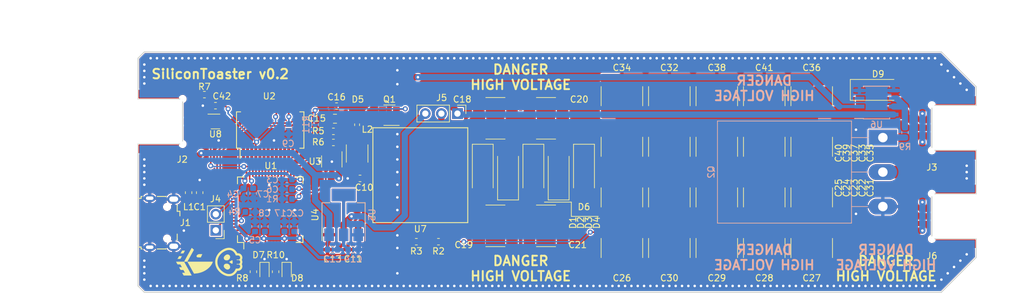
<source format=kicad_pcb>
(kicad_pcb (version 20231231) (generator "pcbnew") (generator_version "7.99")
  (title_block (title "Electromagnetic Fault Injector") (date "2019-10-29") (rev "0.1") (company "Ledger"))
  (layers (0 "F.Cu" signal) (31 "B.Cu" signal) (34 "B.Paste" user) (35 "F.Paste" user) (36 "B.SilkS" user "B.Silkscreen") (37 "F.SilkS" user "F.Silkscreen") (38 "B.Mask" user) (39 "F.Mask" user) (44 "Edge.Cuts" user))
  (net 0 "")
  (net 1 "GND")
  (net 2 "/mcu/20V_EN")
  (net 3 "/mcu/ADC")
  (net 4 "/analog/ANTENNA_A")
  (net 5 "/analog/SHOOT")
  (net 6 "Net-(J4-Pad1)")
  (net 7 "Net-(Q2-Pad1)")
  (net 8 "/analog/ANTENNA_B")
  (net 9 "+15V")
  (net 10 "Net-(Q1-Pad1)")
  (net 11 "/analog/CHARGE_PWM")
  (net 12 "Net-(D5-Pad2)")
  (net 13 "Net-(R5-Pad2)")
  (net 14 "+5V")
  (net 15 "+3V3A")
  (net 16 "+3V3")
  (net 17 "/mcu/RX")
  (net 18 "Net-(U2-Pad2)")
  (net 19 "Net-(U2-Pad3)")
  (net 20 "/ft232/RX")
  (net 21 "Net-(U2-Pad6)")
  (net 22 "Net-(U2-Pad9)")
  (net 23 "Net-(U2-Pad10)")
  (net 24 "Net-(U2-Pad11)")
  (net 25 "Net-(U2-Pad12)")
  (net 26 "Net-(U2-Pad13)")
  (net 27 "Net-(U2-Pad14)")
  (net 28 "/ft232/USBD+")
  (net 29 "/ft232/USBD-")
  (net 30 "Net-(C9-Pad1)")
  (net 31 "Net-(U2-Pad19)")
  (net 32 "Net-(U2-Pad22)")
  (net 33 "Net-(U2-Pad23)")
  (net 34 "Net-(U2-Pad27)")
  (net 35 "Net-(U2-Pad28)")
  (net 36 "Net-(U1-Pad4)")
  (net 37 "Net-(U1-Pad5)")
  (net 38 "Net-(U1-Pad6)")
  (net 39 "Net-(U1-Pad9)")
  (net 40 "Net-(U1-Pad10)")
  (net 41 "Net-(U1-Pad11)")
  (net 42 "Net-(U1-Pad15)")
  (net 43 "Net-(U1-Pad16)")
  (net 44 "Net-(U1-Pad17)")
  (net 45 "Net-(U1-Pad20)")
  (net 46 "Net-(U1-Pad21)")
  (net 47 "Net-(U1-Pad22)")
  (net 48 "Net-(U1-Pad23)")
  (net 49 "Net-(U1-Pad24)")
  (net 50 "Net-(U1-Pad25)")
  (net 51 "Net-(U1-Pad26)")
  (net 52 "Net-(U1-Pad27)")
  (net 53 "Net-(U1-Pad29)")
  (net 54 "Net-(C6-Pad1)")
  (net 55 "Net-(U1-Pad33)")
  (net 56 "Net-(U1-Pad34)")
  (net 57 "Net-(U1-Pad35)")
  (net 58 "Net-(U1-Pad36)")
  (net 59 "Net-(U1-Pad37)")
  (net 60 "Net-(U1-Pad38)")
  (net 61 "Net-(U1-Pad39)")
  (net 62 "Net-(U1-Pad40)")
  (net 63 "Net-(U1-Pad44)")
  (net 64 "Net-(U1-Pad45)")
  (net 65 "Net-(C7-Pad1)")
  (net 66 "Net-(U1-Pad49)")
  (net 67 "Net-(U1-Pad50)")
  (net 68 "Net-(U1-Pad51)")
  (net 69 "Net-(U1-Pad52)")
  (net 70 "Net-(U1-Pad53)")
  (net 71 "Net-(U1-Pad54)")
  (net 72 "Net-(U1-Pad55)")
  (net 73 "Net-(U1-Pad56)")
  (net 74 "Net-(U1-Pad57)")
  (net 75 "Net-(U1-Pad58)")
  (net 76 "Net-(U1-Pad59)")
  (net 77 "Net-(U1-Pad61)")
  (net 78 "Net-(U1-Pad62)")
  (net 79 "Net-(C20-Pad1)")
  (net 80 "Net-(C18-Pad1)")
  (net 81 "Net-(C19-Pad2)")
  (net 82 "Net-(J1-Pad4)")
  (net 83 "Net-(C18-Pad2)")
  (net 84 "Net-(C21-Pad1)")
  (net 85 "Net-(J5-Pad2)")
  (net 86 "Net-(R9-Pad2)")
  (net 87 "Net-(U6-Pad3)")
  (net 88 "Net-(U1-Pad8)")
  (net 89 "Net-(R8-Pad2)")
  (net 90 "Net-(R10-Pad2)")
  (net 91 "Net-(D8-Pad2)")
  (net 92 "Net-(D7-Pad2)")
  (net 93 "/VBUS")
  (net 94 "Net-(J2-Pad1)")
  (net 95 "/mcu/SW_SHOOT")
  (footprint "Resistor_SMD:R_0603_1608Metric" (layer "F.Cu") (at 53.5 34.75)
    (property "Reference" "R7")
    (property "Value" "10k")
  )
  (footprint "Capacitor_SMD:C_0603_1608Metric" (layer "F.Cu") (at 73.75 59.25 180)
    (property "Reference" "C13")
    (property "Value" "2.2µ")
  )
  (footprint "Capacitor_SMD:C_0603_1608Metric" (layer "F.Cu") (at 77 59.25 180)
    (property "Reference" "C11")
    (property "Value" "2.2µ")
  )
  (footprint "Capacitor_SMD:C_0603_1608Metric" (layer "F.Cu") (at 78.1 48 180)
    (property "Reference" "C10")
    (property "Value" "2.2µ")
  )
  (footprint "mykicadlibs:SCS-200L" (layer "F.Cu") (at 87.63 47.49 180)
    (property "Reference" "U7")
    (property "Value" "SCS-200LD")
  )
  (footprint "Resistor_SMD:R_0603_1608Metric" (layer "F.Cu") (at 73.889 42.315607)
    (property "Reference" "R6")
    (property "Value" "2k")
  )
  (footprint "Resistor_SMD:R_0603_1608Metric" (layer "F.Cu") (at 73.889 40.565607 180)
    (property "Reference" "R5")
    (property "Value" "22.1k")
  )
  (footprint "Capacitor_SMD:C_0603_1608Metric" (layer "F.Cu") (at 74.389 36.565607)
    (property "Reference" "C16")
    (property "Value" "100n")
  )
  (footprint "Capacitor_SMD:C_0805_2012Metric" (layer "F.Cu") (at 74.139 38.565607 180)
    (property "Reference" "C15")
    (property "Value" "22u")
  )
  (footprint "Inductor_SMD:L_1812_4532Metric" (layer "F.Cu") (at 77.639 44.065607 90)
    (property "Reference" "L2")
    (property "Value" "10µ")
  )
  (footprint "Package_TO_SOT_SMD:SOT-23-5" (layer "F.Cu") (at 73.639 45.315607 -90)
    (property "Reference" "U3")
    (property "Value" "MIC2288")
  )
  (footprint "Diode_SMD:D_Powermite_AK" (layer "F.Cu") (at 77.639 38.565607 -90)
    (property "Reference" "D5")
    (property "Value" "MBRM140T3")
  )
  (footprint "Package_QFP:LQFP-64_10x10mm_P0.5mm" (layer "F.Cu") (at 63.9 52.95 90)
    (property "Reference" "U1")
    (property "Value" "STM32F205RETx")
  )
  (footprint "Package_SO:SSOP-28_5.3x10.2mm_P0.65mm" (layer "F.Cu") (at 63.9 40.35 90)
    (property "Reference" "U2")
    (property "Value" "FT232RL")
  )
  (footprint "Package_TO_SOT_SMD:SOT-23-6" (layer "F.Cu") (at 82.75 38 180)
    (property "Reference" "Q1")
    (property "Value" "STT6N3LLH6")
  )
  (footprint "Connector_PinHeader_2.54mm:PinHeader_1x03_P2.54mm_Vertical" (layer "F.Cu") (at 93.5 37.75 -90)
    (property "Reference" "J5")
    (property "Value" "Conn_01x03")
  )
  (footprint "Capacitor_SMD:C_0603_1608Metric" (layer "F.Cu") (at 52.75 50.25 -90)
    (property "Reference" "C1")
    (property "Value" "100n")
  )
  (footprint "Resistor_SMD:R_0603_1608Metric" (layer "F.Cu") (at 87 58 180)
    (property "Reference" "R3")
    (property "Value" "10k")
  )
  (footprint "Resistor_SMD:R_0603_1608Metric" (layer "F.Cu") (at 90.5 58 180)
    (property "Reference" "R2")
    (property "Value" "10M")
  )
  (footprint "Diode_SMD:D_SMA_Handsoldering" (layer "F.Cu") (at 113.5 47 -90)
    (property "Reference" "D6")
    (property "Value" "US1K-E3/61T")
  )
  (footprint "Capacitor_SMD:C_2225_5664Metric_Pad1.80x6.60mm_HandSolder" (layer "F.Cu") (at 107.5 55.5 180)
    (property "Reference" "C21")
    (property "Value" "150n")
  )
  (footprint "Diode_SMD:D_SMA_Handsoldering" (layer "F.Cu") (at 101.5 47 90)
    (property "Reference" "D2")
    (property "Value" "US1K-E3/61T")
  )
  (footprint "Capacitor_SMD:C_2225_5664Metric_Pad1.80x6.60mm_HandSolder" (layer "F.Cu") (at 107.5 38.5 180)
    (property "Reference" "C20")
    (property "Value" "150n")
  )
  (footprint "Capacitor_SMD:C_2225_5664Metric_Pad1.80x6.60mm_HandSolder" (layer "F.Cu") (at 99.5 55.5)
    (property "Reference" "C19")
    (property "Value" "150n")
  )
  (footprint "Diode_SMD:D_SMA_Handsoldering" (layer "F.Cu") (at 105.5 47 -90)
    (property "Reference" "D3")
    (property "Value" "US1K-E3/61T")
  )
  (footprint "Diode_SMD:D_SMA_Handsoldering" (layer "F.Cu") (at 97.5 47 -90)
    (property "Reference" "D1")
    (property "Value" "US1K-E3/61T")
  )
  (footprint "Diode_SMD:D_SMA_Handsoldering" (layer "F.Cu") (at 109.5 47 90)
    (property "Reference" "D4")
    (property "Value" "US1K-E3/61T")
  )
  (footprint "Capacitor_SMD:C_2225_5664Metric_Pad1.80x6.60mm_HandSolder" (layer "F.Cu") (at 99.5 38.5 180)
    (property "Reference" "C18")
    (property "Value" "150n")
  )
  (footprint "Capacitor_SMD:C_2225_5664Metric_Pad1.80x6.60mm_HandSolder" (layer "F.Cu") (at 134.5 43 90)
    (property "Reference" "C37")
    (property "Value" "100n")
  )
  (footprint "Capacitor_SMD:C_2225_5664Metric_Pad1.80x6.60mm_HandSolder" (layer "F.Cu") (at 119.5 35 -90)
    (property "Reference" "C34")
    (property "Value" "100n")
  )
  (footprint "Capacitor_SMD:C_2225_5664Metric_Pad1.80x6.60mm_HandSolder" (layer "F.Cu") (at 127 35 -90)
    (property "Reference" "C32")
    (property "Value" "100n")
  )
  (footprint "Capacitor_SMD:C_2225_5664Metric_Pad1.80x6.60mm_HandSolder" (layer "F.Cu") (at 119.5 59 90)
    (property "Reference" "C26")
    (property "Value" "100n")
  )
  (footprint "Capacitor_SMD:C_2225_5664Metric_Pad1.80x6.60mm_HandSolder" (layer "F.Cu") (at 142 35 -90)
    (property "Reference" "C41")
    (property "Value" "100n")
  )
  (footprint "Capacitor_SMD:C_2225_5664Metric_Pad1.80x6.60mm_HandSolder" (layer "F.Cu") (at 142 59 90)
    (property "Reference" "C28")
    (property "Value" "100n")
  )
  (footprint "Capacitor_SMD:C_2225_5664Metric_Pad1.80x6.60mm_HandSolder" (layer "F.Cu") (at 119.5 51 -90)
    (property "Reference" "C25")
    (property "Value" "100n")
  )
  (footprint "Capacitor_SMD:C_2225_5664Metric_Pad1.80x6.60mm_HandSolder" (layer "F.Cu") (at 142 43 90)
    (property "Reference" "C33")
    (property "Value" "100n")
  )
  (footprint "Capacitor_SMD:C_2225_5664Metric_Pad1.80x6.60mm_HandSolder" (layer "F.Cu") (at 149.5 59 90)
    (property "Reference" "C27")
    (property "Value" "100n")
  )
  (footprint "Capacitor_SMD:C_2225_5664Metric_Pad1.80x6.60mm_HandSolder" (layer "F.Cu") (at 127 51 -90)
    (property "Reference" "C24")
    (property "Value" "100n")
  )
  (footprint "Capacitor_SMD:C_2225_5664Metric_Pad1.80x6.60mm_HandSolder" (layer "F.Cu") (at 149.5 51 -90)
    (property "Reference" "C31")
    (property "Value" "100n")
  )
  (footprint "Capacitor_SMD:C_2225_5664Metric_Pad1.80x6.60mm_HandSolder" (layer "F.Cu") (at 119.5 43 90)
    (property "Reference" "C40")
    (property "Value" "100n")
  )
  (footprint "Capacitor_SMD:C_2225_5664Metric_Pad1.80x6.60mm_HandSolder" (layer "F.Cu") (at 134.5 59 90)
    (property "Reference" "C29")
    (property "Value" "100n")
  )
  (footprint "Capacitor_SMD:C_2225_5664Metric_Pad1.80x6.60mm_HandSolder" (layer "F.Cu") (at 127 43 90)
    (property "Reference" "C39")
    (property "Value" "100n")
  )
  (footprint "Capacitor_SMD:C_2225_5664Metric_Pad1.80x6.60mm_HandSolder" (layer "F.Cu") (at 149.5 43 90)
    (property "Reference" "C35")
    (property "Value" "100n")
  )
  (footprint "Capacitor_SMD:C_2225_5664Metric_Pad1.80x6.60mm_HandSolder" (layer "F.Cu") (at 149.5 35 -90)
    (property "Reference" "C36")
    (property "Value" "100n")
  )
  (footprint "Capacitor_SMD:C_2225_5664Metric_Pad1.80x6.60mm_HandSolder" (layer "F.Cu") (at 134.5 35 -90)
    (property "Reference" "C38")
    (property "Value" "100n")
  )
  (footprint "Capacitor_SMD:C_2225_5664Metric_Pad1.80x6.60mm_HandSolder" (layer "F.Cu") (at 127 59 90)
    (property "Reference" "C30")
    (property "Value" "100n")
  )
  (footprint "Capacitor_SMD:C_2225_5664Metric_Pad1.80x6.60mm_HandSolder" (layer "F.Cu") (at 134.5 51 -90)
    (property "Reference" "C23")
    (property "Value" "100n")
  )
  (footprint "Package_TO_SOT_SMD:SOT-223-3_TabPin2" (layer "F.Cu") (at 75.5 53.75 90)
    (property "Reference" "U4")
    (property "Value" "LD1117S33TR_SOT223")
  )
  (footprint "Diode_SMD:D_0603_1608Metric" (layer "F.Cu") (at 66.5 62.75 -90)
    (property "Reference" "D8")
    (property "Value" "green")
  )
  (footprint "Diode_SMD:D_0603_1608Metric" (layer "F.Cu") (at 63 62.75 -90)
    (property "Reference" "D7")
    (property "Value" "red")
  )
  (footprint "Resistor_SMD:R_0603_1608Metric" (layer "F.Cu") (at 61.25 62.75 90)
    (property "Reference" "R8")
    (property "Value" "64.9")
  )
  (footprint "Resistor_SMD:R_0603_1608Metric" (layer "F.Cu") (at 64.75 62.75 90)
    (property "Reference" "R10")
    (property "Value" "64.9")
  )
  (footprint "Connector_PinHeader_2.54mm:PinHeader_1x02_P2.54mm_Vertical" (layer "F.Cu") (at 55.3 56.2 180)
    (property "Reference" "J4")
    (property "Value" "Conn_01x02")
  )
  (footprint "mykicadlibs:SAMTEC_SMA_J_P_H_ST_EM3" (layer "F.Cu") (at 43.05 39)
    (property "Reference" "J2")
    (property "Value" "Conn_Coaxial")
  )
  (footprint "Connector_USB:USB_Micro-B_Wuerth_629105150521" (layer "F.Cu") (at 46.8 55 -90)
    (property "Reference" "J1")
    (property "Value" "USB_B_Micro")
  )
  (footprint "mykicadlibs:SAMTEC_SMA_J_P_H_ST_EM3" (layer "F.Cu") (at 175.5 40 180)
    (property "Reference" "J3")
    (property "Value" "Conn_Coaxial")
  )
  (footprint "Inductor_SMD:L_0603_1608Metric" (layer "F.Cu") (at 51 50.25 90)
    (property "Reference" "L1")
    (property "Value" "Ferrite_Bead_Small")
  )
  (footprint "mykicadlibs:SAMTEC_SMA_J_P_H_ST_EM3" (layer "F.Cu") (at 175.5 54 180)
    (property "Reference" "J6")
    (property "Value" "Conn_Coaxial")
  )
  (footprint "Capacitor_SMD:C_2225_5664Metric_Pad1.80x6.60mm_HandSolder" (layer "F.Cu") (at 142 51 -90)
    (property "Reference" "C22")
    (property "Value" "100n")
  )
  (footprint "mykicadlibs:donjon-2000" (layer "F.Cu") (at 51.9176 61.1632 90)
    (property "Reference" "LOGO1" (hide yes))
    (property "Value" "DUNGEON_LOGO" (hide yes))
  )
  (footprint "Diode_SMD:D_SMA_Handsoldering" (layer "F.Cu") (at 160 34)
    (property "Reference" "D9")
    (property "Value" "US1K-E3/61T")
  )
  (footprint "Package_TO_SOT_SMD:SOT-353_SC-70-5" (layer "F.Cu") (at 55.25 39)
    (property "Reference" "U8")
    (property "Value" "74LVC1G32")
  )
  (footprint "Capacitor_SMD:C_0603_1608Metric" (layer "F.Cu") (at 55.25 36.5)
    (property "Reference" "C42")
    (property "Value" "100n")
  )
  (footprint "Skull:skull_logo" (layer "F.Cu") (at 57.3532 61.214 90)
    (property "Reference" "G***" (hide yes))
    (property "Value" "LOGO" (hide yes))
  )
  (footprint "Capacitor_SMD:C_0603_1608Metric" (layer "B.Cu") (at 77 59.25)
    (property "Reference" "C14")
    (property "Value" "2.2µ")
  )
  (footprint "Capacitor_SMD:C_0603_1608Metric" (layer "B.Cu") (at 73.75 59.25)
    (property "Reference" "C12")
    (property "Value" "2.2µ")
  )
  (footprint "Resistor_SMD:R_0603_1608Metric" (layer "B.Cu") (at 66.55 51.25)
    (property "Reference" "R1")
    (property "Value" "10k")
  )
  (footprint "Capacitor_SMD:C_0603_1608Metric" (layer "B.Cu") (at 61.5 55.6 90)
    (property "Reference" "C5")
    (property "Value" "100n")
  )
  (footprint "Capacitor_SMD:C_0603_1608Metric" (layer "B.Cu") (at 63.05 55.6 90)
    (property "Reference" "C8")
    (property "Value" "100n")
  )
  (footprint "Capacitor_SMD:C_0603_1608Metric" (layer "B.Cu") (at 66.8 40.2 -90)
    (property "Reference" "C9")
    (property "Value" "100n")
  )
  (footprint "Capacitor_SMD:C_0603_1608Metric" (layer "B.Cu") (at 66.55 48.15 180)
    (property "Reference" "C3")
    (property "Value" "100n")
  )
  (footprint "Capacitor_SMD:C_0603_1608Metric" (layer "B.Cu") (at 67.7 55.6 90)
    (property "Reference" "C2")
    (property "Value" "100n")
  )
  (footprint "Capacitor_SMD:C_0603_1608Metric" (layer "B.Cu") (at 66.55 49.7 180)
    (property "Reference" "C6")
    (property "Value" "2.2µ")
  )
  (footprint "Capacitor_SMD:C_0603_1608Metric" (layer "B.Cu") (at 61.2 50.35 -90)
    (property "Reference" "C7")
    (property "Value" "2.2µ")
  )
  (footprint "Capacitor_SMD:C_0603_1608Metric" (layer "B.Cu") (at 66.15 55.6 90)
    (property "Reference" "C17")
    (property "Value" "100n")
  )
  (footprint "Capacitor_SMD:C_0603_1608Metric" (layer "B.Cu") (at 59.65 50.35 -90)
    (property "Reference" "C4")
    (property "Value" "100n")
  )
  (footprint "Resistor_SMD:R_0603_1608Metric" (layer "B.Cu") (at 60.75 53.3 180)
    (property "Reference" "R4")
    (property "Value" "10k")
  )
  (footprint "Resistor_SMD:R_0603_1608Metric" (layer "B.Cu") (at 164.25 40.75 90)
    (property "Reference" "R9")
    (property "Value" "4.99")
  )
  (footprint "Package_TO_SOT_SMD:SOT-223-3_TabPin2" (layer "B.Cu") (at 75.511079 53.764277 90)
    (property "Reference" "U5")
    (property "Value" "LD1117S33TR_SOT223")
  )
  (footprint "Package_SO:SOIC-8_3.9x4.9mm_P1.27mm" (layer "B.Cu") (at 159.75 36)
    (property "Reference" "U6")
    (property "Value" "MCP1407-E/SN")
  )
  (footprint "Resistor_SMD:R_0603_1608Metric" (layer "B.Cu") (at 71 39.5 -90)
    (property "Reference" "R11")
    (property "Value" "10M")
  )
  (footprint "mykicadlibs:TO-247-3_Horizontal_TabDown_NoTabDrill" (layer "B.Cu") (at 160.75 41.55 -90)
    (property "Reference" "Q2")
    (property "Value" "IKW40N120H3FKSA1")
  )
  (gr_line (start 111.5 51.75) (end 107.25 51.75) (stroke (width 0.125)) (layer "F.SilkS"))
  (gr_line (start 115.75 54) (end 111.5 54) (stroke (width 0.125)) (layer "F.SilkS"))
  (gr_line (start 111.5 54) (end 111.5 51.75) (stroke (width 0.125)) (layer "F.SilkS"))
  (gr_line (start 175.5 33.5) (end 170 28) (stroke (width 0.15)) (layer "Edge.Cuts"))
  (gr_line (start 170 28) (end 44 28) (stroke (width 0.15)) (layer "Edge.Cuts"))
  (gr_line (start 175.5 57.56) (end 168.5 57.56) (stroke (width 0.15)) (layer "Edge.Cuts"))
  (gr_line (start 168.5 50.44) (end 175.5 50.44) (stroke (width 0.15)) (layer "Edge.Cuts"))
  (gr_line (start 168.5 57.56) (end 168.5 50.44) (stroke (width 0.15)) (layer "Edge.Cuts"))
  (gr_line (start 175.5 50.44) (end 175.5 43.56) (stroke (width 0.15)) (layer "Edge.Cuts"))
  (gr_line (start 168.5 43.56) (end 168.5 36.44) (stroke (width 0.15)) (layer "Edge.Cuts"))
  (gr_line (start 43 29) (end 44 28) (stroke (width 0.15)) (layer "Edge.Cuts"))
  (gr_line (start 50.05 42.56) (end 43 42.56) (stroke (width 0.15)) (layer "Edge.Cuts"))
  (gr_line (start 175.5 60.5) (end 170 66) (stroke (width 0.15)) (layer "Edge.Cuts"))
  (gr_line (start 44 66) (end 43 65) (stroke (width 0.15)) (layer "Edge.Cuts"))
  (gr_line (start 50.05 35.44) (end 50.05 42.56) (stroke (width 0.15)) (layer "Edge.Cuts"))
  (gr_line (start 175.5 36.44) (end 175.5 33.5) (stroke (width 0.15)) (layer "Edge.Cuts"))
  (gr_line (start 168.5 36.44) (end 175.5 36.44) (stroke (width 0.15)) (layer "Edge.Cuts"))
  (gr_line (start 170 66) (end 44 66) (stroke (width 0.15)) (layer "Edge.Cuts"))
  (gr_line (start 175.5 43.56) (end 168.5 43.56) (stroke (width 0.15)) (layer "Edge.Cuts"))
  (gr_line (start 50.05 35.44) (end 43 35.44) (stroke (width 0.15)) (layer "Edge.Cuts"))
  (gr_line (start 43 29) (end 43 35.44) (stroke (width 0.15)) (layer "Edge.Cuts"))
  (gr_line (start 175.5 57.56) (end 175.5 60.5) (stroke (width 0.15)) (layer "Edge.Cuts"))
  (gr_line (start 43 65) (end 43 42.56) (stroke (width 0.15)) (layer "Edge.Cuts"))
  (gr_text "DANGER\nHIGH VOLTAGE" (at 142 60.5 0) (layer "B.SilkS") (effects (font (size 1.5 1.5) (thickness 0.3)) (justify mirror)))
  (gr_text "DANGER\nHIGH VOLTAGE" (at 142 33.75 0) (layer "B.SilkS") (effects (font (size 1.5 1.5) (thickness 0.3)) (justify mirror)))
  (gr_text "DANGER\nHIGH VOLTAGE" (at 161.25 60.5 0) (layer "B.SilkS") (effects (font (size 1.5 1.5) (thickness 0.3)) (justify mirror)))
  (gr_text "SiliconToaster v0.2" (at 56 31.5 0) (layer "F.SilkS") (effects (font (size 1.5 1.5) (thickness 0.3))))
  (gr_text "DANGER\nHIGH VOLTAGE" (at 103.5 62.25 0) (layer "F.SilkS") (effects (font (size 1.5 1.5) (thickness 0.3))))
  (gr_text "DANGER\nHIGH VOLTAGE" (at 103.5 32 0) (layer "F.SilkS") (effects (font (size 1.5 1.5) (thickness 0.3))))
  (gr_text "DANGER\nHIGH VOLTAGE" (at 161.25 62.25 0) (layer "F.SilkS") (effects (font (size 1.5 1.5) (thickness 0.3))))
  (segment (start 73.639 44.215607) (end 73.639 43.375655) (width 0.75) (layer "F.Cu") (net 1))
  (segment (start 74.214888 42.799767) (end 74.214888 42.777219) (width 0.75) (layer "F.Cu") (net 1))
  (segment (start 73.6015 38.165607) (end 73.2015 38.565607) (width 0.75) (layer "F.Cu") (net 1))
  (segment (start 74.214888 42.777219) (end 74.6765 42.315607) (width 0.75) (layer "F.Cu") (net 1))
  (segment (start 73.2015 38.868059) (end 73.2015 38.565607) (width 0.75) (layer "F.Cu") (net 1))
  (segment (start 73.639 43.375655) (end 74.214888 42.799767) (width 0.75) (layer "F.Cu") (net 1))
  (segment (start 73.6015 36.565607) (end 73.6015 38.165607) (width 0.75) (layer "F.Cu") (net 1))
  (segment (start 71.73899 40.330569) (end 73.2015 38.868059) (width 0.75) (layer "F.Cu") (net 1))
  (segment (start 96.875 55.5) (end 96.875 58.9) (width 2) (layer "F.Cu") (net 1))
  (segment (start 96.875 58.9) (end 99.6 61.625) (width 2) (layer "F.Cu") (net 1))
  (segment (start 72.9625 57.1375) (end 73.2 56.9) (width 0.5) (layer "F.Cu") (net 1))
  (segment (start 52.75 49.4625) (end 52.75 48.25) (width 0.5) (layer "F.Cu") (net 1))
  (segment (start 119.5 61.625) (end 149.5 61.625) (width 2) (layer "F.Cu") (net 1))
  (segment (start 72.9625 59.25) (end 72.9625 57.1375) (width 0.5) (layer "F.Cu") (net 1))
  (segment (start 93.465 53.325) (end 94.7 53.325) (width 2) (layer "F.Cu") (net 1))
  (segment (start 73.639 45.339) (end 73.65 45.35) (width 0.7) (layer "F.Cu") (net 1))
  (segment (start 146.75 45.625) (end 149.5 45.625) (width 2) (layer "F.Cu") (net 1))
  (segment (start 116.1 61.625) (end 119.5 61.625) (width 2) (layer "F.Cu") (net 1))
  (segment (start 94.7 53.325) (end 96.875 55.5) (width 2) (layer "F.Cu") (net 1))
  (segment (start 96.875 55.5) (end 96.875 50.125) (width 2) (layer "F.Cu") (net 1))
  (segment (start 73.639 44.215607) (end 73.639 45.339) (width 0.7) (layer "F.Cu") (net 1))
  (segment (start 96.875 50.125) (end 97.5 49.5) (width 2) (layer "F.Cu") (net 1))
  (segment (start 63 61.9625) (end 63 60.75) (width 0.25) (layer "F.Cu") (net 1))
  (segment (start 66.5 61.9625) (end 66.5 60.75) (width 0.25) (layer "F.Cu") (net 1))
  (segment (start 119.5 32.375) (end 149.5 32.375) (width 2) (layer "F.Cu") (net 1))
  (segment (start 54.2875 36.325) (end 54.4625 36.5) (width 0.25) (layer "F.Cu") (net 1))
  (segment (start 54.4625 36.5) (end 53.25 36.5) (width 0.25) (layer "F.Cu") (net 1))
  (segment (start 71.73899 40.330569) (end 71.73899 45.35) (width 0.7) (layer "F.Cu") (net 1))
  (segment (start 77.3125 48) (end 76.15 48) (width 0.25) (layer "F.Cu") (net 1))
  (segment (start 99.6 61.625) (end 116.1 61.625) (width 2) (layer "F.Cu") (net 1))
  (segment (start 54.2875 34.75) (end 54.2875 36.325) (width 0.25) (layer "F.Cu") (net 1))
  (via (at 44 45) (size 0.8) (drill 0.4) (layers "F.Cu" "B.Cu") (net 1))
  (via (at 44 49) (size 0.8) (drill 0.4) (layers "F.Cu" "B.Cu") (net 1))
  (via (at 44 48) (size 0.8) (drill 0.4) (layers "F.Cu" "B.Cu") (net 1))
  (via (at 44 47) (size 0.8) (drill 0.4) (layers "F.Cu" "B.Cu") (net 1))
  (via (at 44 46) (size 0.8) (drill 0.4) (layers "F.Cu" "B.Cu") (net 1))
  (via (at 44 33) (size 0.8) (drill 0.4) (layers "F.Cu" "B.Cu") (net 1))
  (via (at 44 32) (size 0.8) (drill 0.4) (layers "F.Cu" "B.Cu") (net 1))
  (via (at 44 31) (size 0.8) (drill 0.4) (layers "F.Cu" "B.Cu") (net 1))
  (via (at 44 30) (size 0.8) (drill 0.4) (layers "F.Cu" "B.Cu") (net 1))
  (via (at 45 29) (size 0.8) (drill 0.4) (layers "F.Cu" "B.Cu") (net 1))
  (via (at 46 29) (size 0.8) (drill 0.4) (layers "F.Cu" "B.Cu") (net 1))
  (via (at 47 29) (size 0.8) (drill 0.4) (layers "F.Cu" "B.Cu") (net 1))
  (via (at 48 29) (size 0.8) (drill 0.4) (layers "F.Cu" "B.Cu") (net 1))
  (via (at 49 29) (size 0.8) (drill 0.4) (layers "F.Cu" "B.Cu") (net 1))
  (via (at 50 29) (size 0.8) (drill 0.4) (layers "F.Cu" "B.Cu") (net 1))
  (via (at 51 29) (size 0.8) (drill 0.4) (layers "F.Cu" "B.Cu") (net 1))
  (via (at 52 29) (size 0.8) (drill 0.4) (layers "F.Cu" "B.Cu") (net 1))
  (via (at 53 29) (size 0.8) (drill 0.4) (layers "F.Cu" "B.Cu") (net 1))
  (via (at 60 29) (size 0.8) (drill 0.4) (layers "F.Cu" "B.Cu") (net 1))
  (via (at 56 29) (size 0.8) (drill 0.4) (layers "F.Cu" "B.Cu") (net 1))
  (via (at 62 29) (size 0.8) (drill 0.4) (layers "F.Cu" "B.Cu") (net 1))
  (via (at 58 29) (size 0.8) (drill 0.4) (layers "F.Cu" "B.Cu") (net 1))
  (via (at 55 29) (size 0.8) (drill 0.4) (layers "F.Cu" "B.Cu") (net 1))
  (via (at 59 29) (size 0.8) (drill 0.4) (layers "F.Cu" "B.Cu") (net 1))
  (via (at 54 29) (size 0.8) (drill 0.4) (layers "F.Cu" "B.Cu") (net 1))
  (via (at 61 29) (size 0.8) (drill 0.4) (layers "F.Cu" "B.Cu") (net 1))
  (via (at 57 29) (size 0.8) (drill 0.4) (layers "F.Cu" "B.Cu") (net 1))
  (via (at 78 29) (size 0.8) (drill 0.4) (layers "F.Cu" "B.Cu") (net 1))
  (via (at 75 29) (size 0.8) (drill 0.4) (layers "F.Cu" "B.Cu") (net 1))
  (via (at 68 29) (size 0.8) (drill 0.4) (layers "F.Cu" "B.Cu") (net 1))
  (via (at 64 29) (size 0.8) (drill 0.4) (layers "F.Cu" "B.Cu") (net 1))
  (via (at 79 29) (size 0.8) (drill 0.4) (layers "F.Cu" "B.Cu") (net 1))
  (via (at 70 29) (size 0.8) (drill 0.4) (layers "F.Cu" "B.Cu") (net 1))
  (via (at 66 29) (size 0.8) (drill 0.4) (layers "F.Cu" "B.Cu") (net 1))
  (via (at 63 29) (size 0.8) (drill 0.4) (layers "F.Cu" "B.Cu") (net 1))
  (via (at 67 29) (size 0.8) (drill 0.4) (layers "F.Cu" "B.Cu") (net 1))
  (via (at 72 29) (size 0.8) (drill 0.4) (layers "F.Cu" "B.Cu") (net 1))
  (via (at 76 29) (size 0.8) (drill 0.4) (layers "F.Cu" "B.Cu") (net 1))
  (via (at 69 29) (size 0.8) (drill 0.4) (layers "F.Cu" "B.Cu") (net 1))
  (via (at 71 29) (size 0.8) (drill 0.4) (layers "F.Cu" "B.Cu") (net 1))
  (via (at 73 29) (size 0.8) (drill 0.4) (layers "F.Cu" "B.Cu") (net 1))
  (via (at 74 29) (size 0.8) (drill 0.4) (layers "F.Cu" "B.Cu") (net 1))
  (via (at 65 29) (size 0.8) (drill 0.4) (layers "F.Cu" "B.Cu") (net 1))
  (via (at 77 29) (size 0.8) (drill 0.4) (layers "F.Cu" "B.Cu") (net 1))
  (via (at 84 29) (size 0.8) (drill 0.4) (layers "F.Cu" "B.Cu") (net 1))
  (via (at 92 29) (size 0.8) (drill 0.4) (layers "F.Cu" "B.Cu") (net 1))
  (via (at 87 29) (size 0.8) (drill 0.4) (layers "F.Cu" "B.Cu") (net 1))
  (via (at 91 29) (size 0.8) (drill 0.4) (layers "F.Cu" "B.Cu") (net 1))
  (via (at 93 29) (size 0.8) (drill 0.4) (layers "F.Cu" "B.Cu") (net 1))
  (via (at 90 29) (size 0.8) (drill 0.4) (layers "F.Cu" "B.Cu") (net 1))
  (via (at 80 29) (size 0.8) (drill 0.4) (layers "F.Cu" "B.Cu") (net 1))
  (via (at 86 29) (size 0.8) (drill 0.4) (layers "F.Cu" "B.Cu") (net 1))
  (via (at 95 29) (size 0.8) (drill 0.4) (layers "F.Cu" "B.Cu") (net 1))
  (via (at 88 29) (size 0.8) (drill 0.4) (layers "F.Cu" "B.Cu") (net 1))
  (via (at 89 29) (size 0.8) (drill 0.4) (layers "F.Cu" "B.Cu") (net 1))
  (via (at 96 29) (size 0.8) (drill 0.4) (layers "F.Cu" "B.Cu") (net 1))
  (via (at 81 29) (size 0.8) (drill 0.4) (layers "F.Cu" "B.Cu") (net 1))
  (via (at 94 29) (size 0.8) (drill 0.4) (layers "F.Cu" "B.Cu") (net 1))
  (via (at 83 29) (size 0.8) (drill 0.4) (layers "F.Cu" "B.Cu") (net 1))
  (via (at 85 29) (size 0.8) (drill 0.4) (layers "F.Cu" "B.Cu") (net 1))
  (via (at 82 29) (size 0.8) (drill 0.4) (layers "F.Cu" "B.Cu") (net 1))
  (via (at 100 29) (size 0.8) (drill 0.4) (layers "F.Cu" "B.Cu") (net 1))
  (via (at 99 29) (size 0.8) (drill 0.4) (layers "F.Cu" "B.Cu") (net 1))
  (via (at 112 29) (size 0.8) (drill 0.4) (layers "F.Cu" "B.Cu") (net 1))
  (via (at 101 29) (size 0.8) (drill 0.4) (layers "F.Cu" "B.Cu") (net 1))
  (via (at 98 29) (size 0.8) (drill 0.4) (layers "F.Cu" "B.Cu") (net 1))
  (via (at 107 29) (size 0.8) (drill 0.4) (layers "F.Cu" "B.Cu") (net 1))
  (via (at 105 29) (size 0.8) (drill 0.4) (layers "F.Cu" "B.Cu") (net 1))
  (via (at 109 29) (size 0.8) (drill 0.4) (layers "F.Cu" "B.Cu") (net 1))
  (via (at 119 29) (size 0.8) (drill 0.4) (layers "F.Cu" "B.Cu") (net 1))
  (via (at 110 29) (size 0.8) (drill 0.4) (layers "F.Cu" "B.Cu") (net 1))
  (via (at 118 29) (size 0.8) (drill 0.4) (layers "F.Cu" "B.Cu") (net 1))
  (via (at 103 29) (size 0.8) (drill 0.4) (layers "F.Cu" "B.Cu") (net 1))
  (via (at 108 29) (size 0.8) (drill 0.4) (layers "F.Cu" "B.Cu") (net 1))
  (via (at 97 29) (size 0.8) (drill 0.4) (layers "F.Cu" "B.Cu") (net 1))
  (via (at 111 29) (size 0.8) (drill 0.4) (layers "F.Cu" "B.Cu") (net 1))
  (via (at 104 29) (size 0.8) (drill 0.4) (layers "F.Cu" "B.Cu") (net 1))
  (via (at 116 29) (size 0.8) (drill 0.4) (layers "F.Cu" "B.Cu") (net 1))
  (via (at 106 29) (size 0.8) (drill 0.4) (layers "F.Cu" "B.Cu") (net 1))
  (via (at 113 29) (size 0.8) (drill 0.4) (layers "F.Cu" "B.Cu") (net 1))
  (via (at 117 29) (size 0.8) (drill 0.4) (layers "F.Cu" "B.Cu") (net 1))
  (via (at 121 29) (size 0.8) (drill 0.4) (layers "F.Cu" "B.Cu") (net 1))
  (via (at 114 29) (size 0.8) (drill 0.4) (layers "F.Cu" "B.Cu") (net 1))
  (via (at 115 29) (size 0.8) (drill 0.4) (layers "F.Cu" "B.Cu") (net 1))
  (via (at 102 29) (size 0.8) (drill 0.4) (layers "F.Cu" "B.Cu") (net 1))
  (via (at 120 29) (size 0.8) (drill 0.4) (layers "F.Cu" "B.Cu") (net 1))
  (via (at 140 29) (size 0.8) (drill 0.4) (layers "F.Cu" "B.Cu") (net 1))
  (via (at 132 29) (size 0.8) (drill 0.4) (layers "F.Cu" "B.Cu") (net 1))
  (via (at 141 29) (size 0.8) (drill 0.4) (layers "F.Cu" "B.Cu") (net 1))
  (via (at 124 29) (size 0.8) (drill 0.4) (layers "F.Cu" "B.Cu") (net 1))
  (via (at 145 29) (size 0.8) (drill 0.4) (layers "F.Cu" "B.Cu") (net 1))
  (via (at 142 29) (size 0.8) (drill 0.4) (layers "F.Cu" "B.Cu") (net 1))
  (via (at 126 29) (size 0.8) (drill 0.4) (layers "F.Cu" "B.Cu") (net 1))
  (via (at 123 29) (size 0.8) (drill 0.4) (layers "F.Cu" "B.Cu") (net 1))
  (via (at 146 29) (size 0.8) (drill 0.4) (layers "F.Cu" "B.Cu") (net 1))
  (via (at 122 29) (size 0.8) (drill 0.4) (layers "F.Cu" "B.Cu") (net 1))
  (via (at 135 29) (size 0.8) (drill 0.4) (layers "F.Cu" "B.Cu") (net 1))
  (via (at 125 29) (size 0.8) (drill 0.4) (layers "F.Cu" "B.Cu") (net 1))
  (via (at 138 29) (size 0.8) (drill 0.4) (layers "F.Cu" "B.Cu") (net 1))
  (via (at 136 29) (size 0.8) (drill 0.4) (layers "F.Cu" "B.Cu") (net 1))
  (via (at 133 29) (size 0.8) (drill 0.4) (layers "F.Cu" "B.Cu") (net 1))
  (via (at 144 29) (size 0.8) (drill 0.4) (layers "F.Cu" "B.Cu") (net 1))
  (via (at 130 29) (size 0.8) (drill 0.4) (layers "F.Cu" "B.Cu") (net 1))
  (via (at 129 29) (size 0.8) (drill 0.4) (layers "F.Cu" "B.Cu") (net 1))
  (via (at 134 29) (size 0.8) (drill 0.4) (layers "F.Cu" "B.Cu") (net 1))
  (via (at 128 29) (size 0.8) (drill 0.4) (layers "F.Cu" "B.Cu") (net 1))
  (via (at 131 29) (size 0.8) (drill 0.4) (layers "F.Cu" "B.Cu") (net 1))
  (via (at 139 29) (size 0.8) (drill 0.4) (layers "F.Cu" "B.Cu") (net 1))
  (via (at 137 29) (size 0.8) (drill 0.4) (layers "F.Cu" "B.Cu") (net 1))
  (via (at 127 29) (size 0.8) (drill 0.4) (layers "F.Cu" "B.Cu") (net 1))
  (via (at 143 29) (size 0.8) (drill 0.4) (layers "F.Cu" "B.Cu") (net 1))
  (via (at 158 29) (size 0.8) (drill 0.4) (layers "F.Cu" "B.Cu") (net 1))
  (via (at 157 29) (size 0.8) (drill 0.4) (layers "F.Cu" "B.Cu") (net 1))
  (via (at 151 29) (size 0.8) (drill 0.4) (layers "F.Cu" "B.Cu") (net 1))
  (via (at 147 29) (size 0.8) (drill 0.4) (layers "F.Cu" "B.Cu") (net 1))
  (via (at 149 29) (size 0.8) (drill 0.4) (layers "F.Cu" "B.Cu") (net 1))
  (via (at 150 29) (size 0.8) (drill 0.4) (layers "F.Cu" "B.Cu") (net 1))
  (via (at 155 29) (size 0.8) (drill 0.4) (layers "F.Cu" "B.Cu") (net 1))
  (via (at 154 29) (size 0.8) (drill 0.4) (layers "F.Cu" "B.Cu") (net 1))
  (via (at 153 29) (size 0.8) (drill 0.4) (layers "F.Cu" "B.Cu") (net 1))
  (via (at 156 29) (size 0.8) (drill 0.4) (layers "F.Cu" "B.Cu") (net 1))
  (via (at 148 29) (size 0.8) (drill 0.4) (layers "F.Cu" "B.Cu") (net 1))
  (via (at 152 29) (size 0.8) (drill 0.4) (layers "F.Cu" "B.Cu") (net 1))
  (via (at 159 29) (size 0.8) (drill 0.4) (layers "F.Cu" "B.Cu") (net 1))
  (via (at 160 29) (size 0.8) (drill 0.4) (layers "F.Cu" "B.Cu") (net 1))
  (via (at 161 29) (size 0.8) (drill 0.4) (layers "F.Cu" "B.Cu") (net 1))
  (via (at 162 29) (size 0.8) (drill 0.4) (layers "F.Cu" "B.Cu") (net 1))
  (via (at 163 29) (size 0.8) (drill 0.4) (layers "F.Cu" "B.Cu") (net 1))
  (via (at 164 29) (size 0.8) (drill 0.4) (layers "F.Cu" "B.Cu") (net 1))
  (via (at 164 65) (size 0.8) (drill 0.4) (layers "F.Cu" "B.Cu") (net 1))
  (via (at 163 65) (size 0.8) (drill 0.4) (layers "F.Cu" "B.Cu") (net 1))
  (via (at 162 65) (size 0.8) (drill 0.4) (layers "F.Cu" "B.Cu") (net 1))
  (via (at 161 65) (size 0.8) (drill 0.4) (layers "F.Cu" "B.Cu") (net 1))
  (via (at 160 65) (size 0.8) (drill 0.4) (layers "F.Cu" "B.Cu") (net 1))
  (via (at 158 65) (size 0.8) (drill 0.4) (layers "F.Cu" "B.Cu") (net 1))
  (via (at 159 65) (size 0.8) (drill 0.4) (layers "F.Cu" "B.Cu") (net 1))
  (via (at 157 65) (size 0.8) (drill 0.4) (layers "F.Cu" "B.Cu") (net 1))
  (via (at 155 65) (size 0.8) (drill 0.4) (layers "F.Cu" "B.Cu") (net 1))
  (via (at 152 65) (size 0.8) (drill 0.4) (layers "F.Cu" "B.Cu") (net 1))
  (via (at 156 65) (size 0.8) (drill 0.4) (layers "F.Cu" "B.Cu") (net 1))
  (via (at 153 65) (size 0.8) (drill 0.4) (layers "F.Cu" "B.Cu") (net 1))
  (via (at 154 65) (size 0.8) (drill 0.4) (layers "F.Cu" "B.Cu") (net 1))
  (via (at 150 65) (size 0.8) (drill 0.4) (layers "F.Cu" "B.Cu") (net 1))
  (via (at 147 65) (size 0.8) (drill 0.4) (layers "F.Cu" "B.Cu") (net 1))
  (via (at 148 65) (size 0.8) (drill 0.4) (layers "F.Cu" "B.Cu") (net 1))
  (via (at 151 65) (size 0.8) (drill 0.4) (layers "F.Cu" "B.Cu") (net 1))
  (via (at 146 65) (size 0.8) (drill 0.4) (layers "F.Cu" "B.Cu") (net 1))
  (via (at 149 65) (size 0.8) (drill 0.4) (layers "F.Cu" "B.Cu") (net 1))
  (via (at 145 65) (size 0.8) (drill 0.4) (layers "F.Cu" "B.Cu") (net 1))
  (via (at 143 65) (size 0.8) (drill 0.4) (layers "F.Cu" "B.Cu") (net 1))
  (via (at 142 65) (size 0.8) (drill 0.4) (layers "F.Cu" "B.Cu") (net 1))
  (via (at 141 65) (size 0.8) (drill 0.4) (layers "F.Cu" "B.Cu") (net 1))
  (via (at 140 65) (size 0.8) (drill 0.4) (layers "F.Cu" "B.Cu") (net 1))
  (via (at 144 65) (size 0.8) (drill 0.4) (layers "F.Cu" "B.Cu") (net 1))
  (via (at 128 65) (size 0.8) (drill 0.4) (layers "F.Cu" "B.Cu") (net 1))
  (via (at 126 65) (size 0.8) (drill 0.4) (layers "F.Cu" "B.Cu") (net 1))
  (via (at 125 65) (size 0.8) (drill 0.4) (layers "F.Cu" "B.Cu") (net 1))
  (via (at 133 65) (size 0.8) (drill 0.4) (layers "F.Cu" "B.Cu") (net 1))
  (via (at 130 65) (size 0.8) (drill 0.4) (layers "F.Cu" "B.Cu") (net 1))
  (via (at 138 65) (size 0.8) (drill 0.4) (layers "F.Cu" "B.Cu") (net 1))
  (via (at 131 65) (size 0.8) (drill 0.4) (layers "F.Cu" "B.Cu") (net 1))
  (via (at 135 65) (size 0.8) (drill 0.4) (layers "F.Cu" "B.Cu") (net 1))
  (via (at 139 65) (size 0.8) (drill 0.4) (layers "F.Cu" "B.Cu") (net 1))
  (via (at 134 65) (size 0.8) (drill 0.4) (layers "F.Cu" "B.Cu") (net 1))
  (via (at 136 65) (size 0.8) (drill 0.4) (layers "F.Cu" "B.Cu") (net 1))
  (via (at 124 65) (size 0.8) (drill 0.4) (layers "F.Cu" "B.Cu") (net 1))
  (via (at 129 65) (size 0.8) (drill 0.4) (layers "F.Cu" "B.Cu") (net 1))
  (via (at 127 65) (size 0.8) (drill 0.4) (layers "F.Cu" "B.Cu") (net 1))
  (via (at 132 65) (size 0.8) (drill 0.4) (layers "F.Cu" "B.Cu") (net 1))
  (via (at 137 65) (size 0.8) (drill 0.4) (layers "F.Cu" "B.Cu") (net 1))
  (via (at 116 65) (size 0.8) (drill 0.4) (layers "F.Cu" "B.Cu") (net 1))
  (via (at 110 65) (size 0.8) (drill 0.4) (layers "F.Cu" "B.Cu") (net 1))
  (via (at 108 65) (size 0.8) (drill 0.4) (layers "F.Cu" "B.Cu") (net 1))
  (via (at 109 65) (size 0.8) (drill 0.4) (layers "F.Cu" "B.Cu") (net 1))
  (via (at 122 65) (size 0.8) (drill 0.4) (layers "F.Cu" "B.Cu") (net 1))
  (via (at 121 65) (size 0.8) (drill 0.4) (layers "F.Cu" "B.Cu") (net 1))
  (via (at 117 65) (size 0.8) (drill 0.4) (layers "F.Cu" "B.Cu") (net 1))
  (via (at 119 65) (size 0.8) (drill 0.4) (layers "F.Cu" "B.Cu") (net 1))
  (via (at 112 65) (size 0.8) (drill 0.4) (layers "F.Cu" "B.Cu") (net 1))
  (via (at 115 65) (size 0.8) (drill 0.4) (layers "F.Cu" "B.Cu") (net 1))
  (via (at 111 65) (size 0.8) (drill 0.4) (layers "F.Cu" "B.Cu") (net 1))
  (via (at 120 65) (size 0.8) (drill 0.4) (layers "F.Cu" "B.Cu") (net 1))
  (via (at 114 65) (size 0.8) (drill 0.4) (layers "F.Cu" "B.Cu") (net 1))
  (via (at 113 65) (size 0.8) (drill 0.4) (layers "F.Cu" "B.Cu") (net 1))
  (via (at 123 65) (size 0.8) (drill 0.4) (layers "F.Cu" "B.Cu") (net 1))
  (via (at 118 65) (size 0.8) (drill 0.4) (layers "F.Cu" "B.Cu") (net 1))
  (via (at 105 65) (size 0.8) (drill 0.4) (layers "F.Cu" "B.Cu") (net 1))
  (via (at 94 65) (size 0.8) (drill 0.4) (layers "F.Cu" "B.Cu") (net 1))
  (via (at 95 65) (size 0.8) (drill 0.4) (layers "F.Cu" "B.Cu") (net 1))
  (via (at 97 65) (size 0.8) (drill 0.4) (layers "F.Cu" "B.Cu") (net 1))
  (via (at 104 65) (size 0.8) (drill 0.4) (layers "F.Cu" "B.Cu") (net 1))
  (via (at 96 65) (size 0.8) (drill 0.4) (layers "F.Cu" "B.Cu") (net 1))
  (via (at 103 65) (size 0.8) (drill 0.4) (layers "F.Cu" "B.Cu") (net 1))
  (via (at 93 65) (size 0.8) (drill 0.4) (layers "F.Cu" "B.Cu") (net 1))
  (via (at 106 65) (size 0.8) (drill 0.4) (layers "F.Cu" "B.Cu") (net 1))
  (via (at 92 65) (size 0.8) (drill 0.4) (layers "F.Cu" "B.Cu") (net 1))
  (via (at 102 65) (size 0.8) (drill 0.4) (layers "F.Cu" "B.Cu") (net 1))
  (via (at 100 65) (size 0.8) (drill 0.4) (layers "F.Cu" "B.Cu") (net 1))
  (via (at 99 65) (size 0.8) (drill 0.4) (layers "F.Cu" "B.Cu") (net 1))
  (via (at 98 65) (size 0.8) (drill 0.4) (layers "F.Cu" "B.Cu") (net 1))
  (via (at 101 65) (size 0.8) (drill 0.4) (layers "F.Cu" "B.Cu") (net 1))
  (via (at 107 65) (size 0.8) (drill 0.4) (layers "F.Cu" "B.Cu") (net 1))
  (via (at 91 65) (size 0.8) (drill 0.4) (layers "F.Cu" "B.Cu") (net 1))
  (via (at 76 65) (size 0.8) (drill 0.4) (layers "F.Cu" "B.Cu") (net 1))
  (via (at 86 65) (size 0.8) (drill 0.4) (layers "F.Cu" "B.Cu") (net 1))
  (via (at 88 65) (size 0.8) (drill 0.4) (layers "F.Cu" "B.Cu") (net 1))
  (via (at 89 65) (size 0.8) (drill 0.4) (layers "F.Cu" "B.Cu") (net 1))
  (via (at 81 65) (size 0.8) (drill 0.4) (layers "F.Cu" "B.Cu") (net 1))
  (via (at 84 65) (size 0.8) (drill 0.4) (layers "F.Cu" "B.Cu") (net 1))
  (via (at 83 65) (size 0.8) (drill 0.4) (layers "F.Cu" "B.Cu") (net 1))
  (via (at 82 65) (size 0.8) (drill 0.4) (layers "F.Cu" "B.Cu") (net 1))
  (via (at 85 65) (size 0.8) (drill 0.4) (layers "F.Cu" "B.Cu") (net 1))
  (via (at 80 65) (size 0.8) (drill 0.4) (layers "F.Cu" "B.Cu") (net 1))
  (via (at 87 65) (size 0.8) (drill 0.4) (layers "F.Cu" "B.Cu") (net 1))
  (via (at 90 65) (size 0.8) (drill 0.4) (layers "F.Cu" "B.Cu") (net 1))
  (via (at 78 65) (size 0.8) (drill 0.4) (layers "F.Cu" "B.Cu") (net 1))
  (via (at 79 65) (size 0.8) (drill 0.4) (layers "F.Cu" "B.Cu") (net 1))
  (via (at 77 65) (size 0.8) (drill 0.4) (layers "F.Cu" "B.Cu") (net 1))
  (via (at 68 65) (size 0.8) (drill 0.4) (layers "F.Cu" "B.Cu") (net 1))
  (via (at 66 65) (size 0.8) (drill 0.4) (layers "F.Cu" "B.Cu") (net 1))
  (via (at 69 65) (size 0.8) (drill 0.4) (layers "F.Cu" "B.Cu") (net 1))
  (via (at 73 65) (size 0.8) (drill 0.4) (layers "F.Cu" "B.Cu") (net 1))
  (via (at 72 65) (size 0.8) (drill 0.4) (layers "F.Cu" "B.Cu") (net 1))
  (via (at 60 65) (size 0.8) (drill 0.4) (layers "F.Cu" "B.Cu") (net 1))
  (via (at 67 65) (size 0.8) (drill 0.4) (layers "F.Cu" "B.Cu") (net 1))
  (via (at 75 65) (size 0.8) (drill 0.4) (layers "F.Cu" "B.Cu") (net 1))
  (via (at 70 65) (size 0.8) (drill 0.4) (layers "F.Cu" "B.Cu") (net 1))
  (via (at 62 65) (size 0.8) (drill 0.4) (layers "F.Cu" "B.Cu") (net 1))
  (via (at 63 65) (size 0.8) (drill 0.4) (layers "F.Cu" "B.Cu") (net 1))
  (via (at 61 65) (size 0.8) (drill 0.4) (layers "F.Cu" "B.Cu") (net 1))
  (via (at 65 65) (size 0.8) (drill 0.4) (layers "F.Cu" "B.Cu") (net 1))
  (via (at 71 65) (size 0.8) (drill 0.4) (layers "F.Cu" "B.Cu") (net 1))
  (via (at 74 65) (size 0.8) (drill 0.4) (layers "F.Cu" "B.Cu") (net 1))
  (via (at 64 65) (size 0.8) (drill 0.4) (layers "F.Cu" "B.Cu") (net 1))
  (via (at 49 65) (size 0.8) (drill 0.4) (layers "F.Cu" "B.Cu") (net 1))
  (via (at 53 65) (size 0.8) (drill 0.4) (layers "F.Cu" "B.Cu") (net 1))
  (via (at 57 65) (size 0.8) (drill 0.4) (layers "F.Cu" "B.Cu") (net 1))
  (via (at 51 65) (size 0.8) (drill 0.4) (layers "F.Cu" "B.Cu") (net 1))
  (via (at 52 65) (size 0.8) (drill 0.4) (layers "F.Cu" "B.Cu") (net 1))
  (via (at 50 65) (size 0.8) (drill 0.4) (layers "F.Cu" "B.Cu") (net 1))
  (via (at 55 65) (size 0.8) (drill 0.4) (layers "F.Cu" "B.Cu") (net 1))
  (via (at 58 65) (size 0.8) (drill 0.4) (layers "F.Cu" "B.Cu") (net 1))
  (via (at 59 65) (size 0.8) (drill 0.4) (layers "F.Cu" "B.Cu") (net 1))
  (via (at 54 65) (size 0.8) (drill 0.4) (layers "F.Cu" "B.Cu") (net 1))
  (via (at 45 65) (size 0.8) (drill 0.4) (layers "F.Cu" "B.Cu") (net 1))
  (via (at 48 65) (size 0.8) (drill 0.4) (layers "F.Cu" "B.Cu") (net 1))
  (via (at 47 65) (size 0.8) (drill 0.4) (layers "F.Cu" "B.Cu") (net 1))
  (via (at 56 65) (size 0.8) (drill 0.4) (layers "F.Cu" "B.Cu") (net 1))
  (via (at 46 65) (size 0.8) (drill 0.4) (layers "F.Cu" "B.Cu") (net 1))
  (via (at 44 64) (size 0.8) (drill 0.4) (layers "F.Cu" "B.Cu") (net 1))
  (via (at 44 63) (size 0.8) (drill 0.4) (layers "F.Cu" "B.Cu") (net 1))
  (via (at 44 62) (size 0.8) (drill 0.4) (layers "F.Cu" "B.Cu") (net 1))
  (via (at 44 61) (size 0.8) (drill 0.4) (layers "F.Cu" "B.Cu") (net 1))
  (via (at 165 29) (size 0.8) (drill 0.4) (layers "F.Cu" "B.Cu") (net 1))
  (via (at 166 29) (size 0.8) (drill 0.4) (layers "F.Cu" "B.Cu") (net 1))
  (via (at 167 29) (size 0.8) (drill 0.4) (layers "F.Cu" "B.Cu") (net 1))
  (via (at 168 29) (size 0.8) (drill 0.4) (layers "F.Cu" "B.Cu") (net 1))
  (via (at 169 29) (size 0.8) (drill 0.4) (layers "F.Cu" "B.Cu") (net 1))
  (via (at 170 30) (size 0.8) (drill 0.4) (layers "F.Cu" "B.Cu") (net 1))
  (via (at 171 31) (size 0.8) (drill 0.4) (layers "F.Cu" "B.Cu") (net 1))
  (via (at 172 32) (size 0.8) (drill 0.4) (layers "F.Cu" "B.Cu") (net 1))
  (via (at 173 33) (size 0.8) (drill 0.4) (layers "F.Cu" "B.Cu") (net 1))
  (via (at 174 34) (size 0.8) (drill 0.4) (layers "F.Cu" "B.Cu") (net 1))
  (via (at 174 46) (size 0.8) (drill 0.4) (layers "F.Cu" "B.Cu") (net 1))
  (via (at 174 47) (size 0.8) (drill 0.4) (layers "F.Cu" "B.Cu") (net 1))
  (via (at 174 48) (size 0.8) (drill 0.4) (layers "F.Cu" "B.Cu") (net 1))
  (via (at 174 60) (size 0.8) (drill 0.4) (layers "F.Cu" "B.Cu") (net 1))
  (via (at 173 61) (size 0.8) (drill 0.4) (layers "F.Cu" "B.Cu") (net 1))
  (via (at 172 62) (size 0.8) (drill 0.4) (layers "F.Cu" "B.Cu") (net 1))
  (via (at 171 63) (size 0.8) (drill 0.4) (layers "F.Cu" "B.Cu") (net 1))
  (via (at 170 64) (size 0.8) (drill 0.4) (layers "F.Cu" "B.Cu") (net 1))
  (via (at 169 65) (size 0.8) (drill 0.4) (layers "F.Cu" "B.Cu") (net 1))
  (via (at 168 65) (size 0.8) (drill 0.4) (layers "F.Cu" "B.Cu") (net 1))
  (via (at 167 65) (size 0.8) (drill 0.4) (layers "F.Cu" "B.Cu") (net 1))
  (via (at 166 65) (size 0.8) (drill 0.4) (layers "F.Cu" "B.Cu") (net 1))
  (via (at 165 65) (size 0.8) (drill 0.4) (layers "F.Cu" "B.Cu") (net 1))
  (via (at 84 41) (size 0.8) (drill 0.4) (layers "F.Cu" "B.Cu") (net 1))
  (via (at 84 43) (size 0.8) (drill 0.4) (layers "F.Cu" "B.Cu") (net 1))
  (via (at 84 45) (size 0.8) (drill 0.4) (layers "F.Cu" "B.Cu") (net 1))
  (via (at 84 47) (size 0.8) (drill 0.4) (layers "F.Cu" "B.Cu") (net 1))
  (via (at 84 49) (size 0.8) (drill 0.4) (layers "F.Cu" "B.Cu") (net 1))
  (via (at 84 51) (size 0.8) (drill 0.4) (layers "F.Cu" "B.Cu") (net 1))
  (via (at 84 53) (size 0.8) (drill 0.4) (layers "F.Cu" "B.Cu") (net 1))
  (via (at 84 63) (size 0.8) (drill 0.4) (layers "F.Cu" "B.Cu") (net 1))
  (via (at 84 59) (size 0.8) (drill 0.4) (layers "F.Cu" "B.Cu") (net 1))
  (via (at 84 57) (size 0.8) (drill 0.4) (layers "F.Cu" "B.Cu") (net 1))
  (via (at 55.75 42) (size 0.8) (drill 0.4) (layers "F.Cu" "B.Cu") (net 1))
  (via (at 64.5 42) (size 0.8) (drill 0.4) (layers "F.Cu" "B.Cu") (net 1))
  (via (at 63.75 49) (size 0.8) (drill 0.4) (layers "F.Cu" "B.Cu") (net 1))
  (via (at 63.75 53) (size 0.8) (drill 0.4) (layers "F.Cu" "B.Cu") (net 1))
  (via (at 67.75 53) (size 0.8) (drill 0.4) (layers "F.Cu" "B.Cu") (net 1))
  (via (at 63 60.75) (size 0.8) (drill 0.4) (layers "F.Cu" "B.Cu") (net 1))
  (via (at 66.5 60.75) (size 0.8) (drill 0.4) (layers "F.Cu" "B.Cu") (net 1))
  (via (at 156.5 53.6) (size 0.8) (drill 0.4) (layers "F.Cu" "B.Cu") (net 1))
  (via (at 156.5 40.3) (size 0.8) (drill 0.4) (layers "F.Cu" "B.Cu") (net 1))
  (via (at 76.15 48) (size 0.8) (drill 0.4) (layers "F.Cu" "B.Cu") (net 1))
  (via (at 52.75 48.25) (size 0.8) (drill 0.4) (layers "F.Cu" "B.Cu") (net 1))
  (via (at 84 33.10001) (size 0.8) (drill 0.4) (layers "F.Cu" "B.Cu") (net 1))
  (via (at 71.73899 45.35) (size 0.8) (drill 0.4) (layers "F.Cu" "B.Cu") (net 1))
  (via (at 50.25 56.25) (size 0.8) (drill 0.4) (layers "F.Cu" "B.Cu") (net 1))
  (via (at 73.65 45.35) (size 0.8) (drill 0.4) (layers "F.Cu" "B.Cu") (net 1))
  (via (at 84 30.89999) (size 0.8) (drill 0.4) (layers "F.Cu" "B.Cu") (net 1))
  (via (at 53.25 36.5) (size 0.8) (drill 0.4) (layers "F.Cu" "B.Cu") (net 1))
  (segment (start 65.7625 48.15) (end 65.7625 49.7) (width 0.25) (layer "B.Cu") (net 1))
  (segment (start 161.0875 52.7875) (end 160.75 52.45) (width 1) (layer "B.Cu") (net 1))
  (segment (start 52.75 48.25) (end 52.75 53.75) (width 0.5) (layer "B.Cu") (net 1))
  (segment (start 78.048579 59.264277) (end 78.048579 57.151777) (width 0.5) (layer "B.Cu") (net 1))
  (segment (start 61.2 51.1375) (end 59.65 51.1375) (width 0.25) (layer "B.Cu") (net 1))
  (segment (start 61.5375 54.775) (end 61.5 54.8125) (width 0.25) (layer "B.Cu") (net 1))
  (segment (start 61.5375 53.3) (end 61.5375 51.475) (width 0.25) (layer "B.Cu") (net 1))
  (segment (start 61.5375 51.475) (end 61.2 51.1375) (width 0.25) (layer "B.Cu") (net 1))
  (segment (start 52.75 53.75) (end 50.25 56.25) (width 0.5) (layer "B.Cu") (net 1))
  (segment (start 78.048579 57.151777) (end 77.811079 56.914277) (width 0.5) (layer "B.Cu") (net 1))
  (segment (start 76.15 48) (end 76.15 47.85) (width 0.7) (layer "B.Cu") (net 1))
  (segment (start 61.5375 53.3) (end 61.5375 54.775) (width 0.25) (layer "B.Cu") (net 1))
  (segment (start 65.7625 49.7) (end 62.6375 49.7) (width 0.25) (layer "B.Cu") (net 1))
  (segment (start 67.7 54.8125) (end 61.5 54.8125) (width 0.25) (layer "B.Cu") (net 1))
  (segment (start 76.15 47.85) (end 73.65 45.35) (width 0.7) (layer "B.Cu") (net 1))
  (segment (start 73.65 45.5) (end 73.65 45.35) (width 0.25) (layer "B.Cu") (net 1))
  (segment (start 62.6375 49.7) (end 61.2 51.1375) (width 0.25) (layer "B.Cu") (net 1))
  (segment (start 73.65 45.35) (end 71.73899 45.35) (width 0.7) (layer "B.Cu") (net 1))
  (segment (start 69.6 50.2) (end 68.889998 50.2) (width 0.25) (layer "F.Cu") (net 2))
  (segment (start 68.45 50.639998) (end 68.45 50.85) (width 0.25) (layer "F.Cu") (net 2))
  (segment (start 72.689 48.711) (end 71.2 50.2) (width 0.25) (layer "F.Cu") (net 2))
  (segment (start 71.2 50.2) (end 69.5 50.2) (width 0.25) (layer "F.Cu") (net 2))
  (segment (start 68.889998 50.2) (end 68.45 50.639998) (width 0.25) (layer "F.Cu") (net 2))
  (segment (start 72.689 46.415607) (end 72.689 48.711) (width 0.25) (layer "F.Cu") (net 2))
  (via (at 68.45 50.85) (size 0.8) (drill 0.4) (layers "F.Cu" "B.Cu") (net 2))
  (segment (start 67.3375 51.25) (end 68.05 51.25) (width 0.25) (layer "B.Cu") (net 2))
  (segment (start 68.05 51.25) (end 68.45 50.85) (width 0.25) (layer "B.Cu") (net 2))
  (segment (start 66.65 58.65) (end 66.65 59.4) (width 0.25) (layer "F.Cu") (net 3))
  (segment (start 81 62) (end 82 61) (width 0.25) (layer "F.Cu") (net 3))
  (segment (start 66.65 59.4) (end 69.25 62) (width 0.25) (layer "F.Cu") (net 3))
  (segment (start 87.7875 59.2125) (end 87.7875 58) (width 0.25) (layer "F.Cu") (net 3))
  (segment (start 69.25 62) (end 81 62) (width 0.25) (layer "F.Cu") (net 3))
  (segment (start 89.7125 58) (end 87.7875 58) (width 0.25) (layer "F.Cu") (net 3))
  (segment (start 82 61) (end 86 61) (width 0.25) (layer "F.Cu") (net 3))
  (segment (start 86 61) (end 87.7875 59.2125) (width 0.25) (layer "F.Cu") (net 3))
  (segment (start 149.5 56.375) (end 164 56.375) (width 2) (layer "F.Cu") (net 4))
  (segment (start 149.5 40.375) (end 152.9 40.375) (width 2) (layer "F.Cu") (net 4))
  (segment (start 163.925 37.625) (end 157.5 37.625) (width 2) (layer "F.Cu") (net 4))
  (segment (start 134.5 53.625) (end 134.5 56.375) (width 2) (layer "F.Cu") (net 4))
  (segment (start 167 49.719998) (end 168.219998 48.5) (width 1) (layer "F.Cu") (net 4))
  (segment (start 127 53.625) (end 127 56.375) (width 2) (layer "F.Cu") (net 4))
  (segment (start 166.434315 56.25) (end 166.309315 56.375) (width 1) (layer "F.Cu") (net 4))
  (segment (start 167 56.25) (end 166.434315 56.25) (width 1) (layer "F.Cu") (net 4))
  (segment (start 149.5 40.375) (end 119.5 40.375) (width 2) (layer "F.Cu") (net 4))
  (segment (start 164 56.375) (end 165.094998 56.375) (width 2) (layer "F.Cu") (net 4))
  (segment (start 127 37.625) (end 127 40.375) (width 2) (layer "F.Cu") (net 4))
  (segment (start 157.5 37.625) (end 152.9 37.625) (width 2) (layer "F.Cu") (net 4))
  (segment (start 94.5 58) (end 91.2875 58) (width 0.25) (layer "F.Cu") (net 4))
  (segment (start 168.219998 48.5) (end 171.08 48.5) (width 1) (layer "F.Cu") (net 4))
  (segment (start 114.5 56.5) (end 119.375 56.5) (width 0.25) (layer "F.Cu") (net 4))
  (segment (start 152.9 53.625) (end 149.5 53.625) (width 2) (layer "F.Cu") (net 4))
  (segment (start 142 37.625) (end 142 40.375) (width 2) (layer "F.Cu") (net 4))
  (segment (start 167.625 60) (end 164 56.375) (width 2) (layer "F.Cu") (net 4))
  (segment (start 171.08 48.5) (end 171.84499 49.26499) (width 1) (layer "F.Cu") (net 4))
  (segment (start 167.05 40) (end 166.3 40) (width 1) (layer "F.Cu") (net 4))
  (segment (start 119.5 53.625) (end 146.75 53.625) (width 2) (layer "F.Cu") (net 4))
  (segment (start 113.5 41.5) (end 114.625 40.375) (width 2) (layer "F.Cu") (net 4))
  (segment (start 167 51.75) (end 167 49.719998) (width 1) (layer "F.Cu") (net 4))
  (segment (start 166.309315 56.375) (end 165.094998 56.375) (width 1) (layer "F.Cu") (net 4))
  (segment (start 149.5 56.375) (end 119.5 56.375) (width 2) (layer "F.Cu") (net 4))
  (segment (start 171.84499 58.73501) (end 170.58 60) (width 2) (layer "F.Cu") (net 4))
  (segment (start 119.5 37.625) (end 149.5 37.625) (width 2) (layer "F.Cu") (net 4))
  (segment (start 170.58 60) (end 167.625 60) (width 2) (layer "F.Cu") (net 4))
  (segment (start 142 53.625) (end 142 56.375) (width 2) (layer "F.Cu") (net 4))
  (segment (start 119.5 53.625) (end 119.5 56.375) (width 2) (layer "F.Cu") (net 4))
  (segment (start 146.75 53.625) (end 149.5 53.625) (width 2) (layer "F.Cu") (net 4))
  (segment (start 149.5 53.625) (end 149.5 56.375) (width 2) (layer "F.Cu") (net 4))
  (segment (start 114.625 40.375) (end 119.5 40.375) (width 2) (layer "F.Cu") (net 4))
  (segment (start 152.9 37.625) (end 149.5 37.625) (width 1) (layer "F.Cu") (net 4))
  (segment (start 149.5 37.625) (end 149.5 40.375) (width 2) (layer "F.Cu") (net 4))
  (segment (start 113.5 44.5) (end 113.5 41.5) (width 2) (layer "F.Cu") (net 4))
  (segment (start 119.375 56.5) (end 119.5 56.375) (width 0.25) (layer "F.Cu") (net 4))
  (segment (start 152.9 40.375) (end 155.5 42.975) (width 2) (layer "F.Cu") (net 4))
  (segment (start 166.3 40) (end 163.925 37.625) (width 1) (layer "F.Cu") (net 4))
  (segment (start 155.5 51.025) (end 152.9 53.625) (width 2) (layer "F.Cu") (net 4))
  (segment (start 155.5 42.975) (end 155.5 51.025) (width 2) (layer "F.Cu") (net 4))
  (segment (start 134.5 37.625) (end 134.5 40.375) (width 2) (layer "F.Cu") (net 4))
  (segment (start 119.5 37.625) (end 119.5 40.375) (width 2) (layer "F.Cu") (net 4))
  (segment (start 157.5 37.625) (end 157.5 34) (width 2) (layer "F.Cu") (net 4))
  (via (at 94.5 58) (size 0.8) (drill 0.4) (layers "F.Cu" "B.Cu") (net 4))
  (via (at 114.5 56.5) (size 0.8) (drill 0.4) (layers "F.Cu" "B.Cu") (net 4))
  (via (at 167 51.75) (size 0.8) (drill 0.4) (layers "F.Cu" "B.Cu") (net 4))
  (via (at 167 56.25) (size 0.8) (drill 0.4) (layers "F.Cu" "B.Cu") (net 4))
  (segment (start 94.5 58) (end 113 58) (width 0.25) (layer "B.Cu") (net 4))
  (segment (start 113 58) (end 114.5 56.5) (width 0.25) (layer "B.Cu") (net 4))
  (segment (start 167 56.25) (end 167 51.75) (width 1) (layer "B.Cu") (net 4))
  (segment (start 86.684315 32) (end 87.25 32) (width 1) (layer "F.Cu") (net 5))
  (segment (start 56.325 39.65) (end 57.35 39.65) (width 1) (layer "F.Cu") (net 5))
  (segment (start 57.35 39.65) (end 58.5 38.5) (width 1) (layer "F.Cu") (net 5))
  (segment (start 61 32) (end 86.684315 32) (width 1) (layer "F.Cu") (net 5))
  (segment (start 58.5 38.5) (end 58.5 34.5) (width 1) (layer "F.Cu") (net 5))
  (segment (start 56.2 39.65) (end 56.325 39.65) (width 0.5) (layer "F.Cu") (net 5))
  (segment (start 58.5 34.5) (end 61 32) (width 1) (layer "F.Cu") (net 5))
  (via (at 87.25 32) (size 0.8) (drill 0.4) (layers "F.Cu" "B.Cu") (net 5))
  (segment (start 153.885 36.635) (end 149.25 32) (width 1) (layer "B.Cu") (net 5))
  (segment (start 157.05 36.635) (end 153.885 36.635) (width 0.5) (layer "B.Cu") (net 5))
  (segment (start 149.25 32) (end 87.25 32) (width 1) (layer "B.Cu") (net 5))
  (segment (start 58.2 54.7) (end 56.55 54.7) (width 0.25) (layer "F.Cu") (net 6))
  (segment (start 58.2 54.7) (end 59.35 54.7) (width 0.25) (layer "F.Cu") (net 6))
  (segment (start 56.55 54.7) (end 55.25 56) (width 0.25) (layer "F.Cu") (net 6))
  (via (at 59.35 54.7) (size 0.8) (drill 0.4) (layers "F.Cu" "B.Cu") (net 6))
  (segment (start 59.35 53.9125) (end 59.9625 53.3) (width 0.25) (layer "B.Cu") (net 6))
  (segment (start 59.35 54.7) (end 59.35 53.9125) (width 0.25) (layer "B.Cu") (net 6))
  (segment (start 164.25 41.5375) (end 160.7625 41.5375) (width 1) (layer "B.Cu") (net 7))
  (segment (start 160.7625 41.5375) (end 160.75 41.55) (width 1) (layer "B.Cu") (net 7))
  (segment (start 167 37.75) (end 167 35.719998) (width 1) (layer "F.Cu") (net 8))
  (segment (start 170.58 34) (end 171.945 35.365) (width 2) (layer "F.Cu") (net 8))
  (segment (start 167 34) (end 170.58 34) (width 2) (layer "F.Cu") (net 8))
  (segment (start 165.195 52.895) (end 165.195 47.49) (width 1) (layer "F.Cu") (net 8))
  (segment (start 160.75 47) (end 165.685 47) (width 2) (layer "F.Cu") (net 8))
  (segment (start 166.3 54) (end 165.195 52.895) (width 1) (layer "F.Cu") (net 8))
  (segment (start 165.195 47.49) (end 165.75 46.935) (width 1) (layer "F.Cu") (net 8))
  (segment (start 162.5 34) (end 167 34) (width 2) (layer "F.Cu") (net 8))
  (segment (start 167 46.435) (end 167 42.25) (width 1) (layer "F.Cu") (net 8))
  (segment (start 166.25 46.435) (end 167 46.435) (width 2) (layer "F.Cu") (net 8))
  (segment (start 167 35.719998) (end 167 34) (width 1) (layer "F.Cu") (net 8))
  (segment (start 167 46.435) (end 170.60001 46.435) (width 1) (layer "F.Cu") (net 8))
  (segment (start 165.685 47) (end 165.75 46.935) (width 0.25) (layer "F.Cu") (net 8))
  (segment (start 170.60001 46.435) (end 172.3 44.73501) (width 1) (layer "F.Cu") (net 8))
  (segment (start 165.75 46.935) (end 166.25 46.435) (width 2) (layer "F.Cu") (net 8))
  (segment (start 167.05 54) (end 166.3 54) (width 1) (layer "F.Cu") (net 8))
  (via (at 167 37.75) (size 0.8) (drill 0.4) (layers "F.Cu" "B.Cu") (net 8))
  (via (at 167 42.25) (size 0.8) (drill 0.4) (layers "F.Cu" "B.Cu") (net 8))
  (segment (start 167 42.25) (end 167 37.75) (width 1) (layer "B.Cu") (net 8))
  (segment (start 76.3375 36.565607) (end 77.639 37.867107) (width 0.75) (layer "F.Cu") (net 9))
  (segment (start 75.1765 36.565607) (end 76.3375 36.565607) (width 0.75) (layer "F.Cu") (net 9))
  (segment (start 76.9405 38.565607) (end 77.639 37.867107) (width 0.75) (layer "F.Cu") (net 9))
  (segment (start 74.6765 40.565607) (end 74.6765 38.965607) (width 0.75) (layer "F.Cu") (net 9))
  (segment (start 75.0765 38.565607) (end 76.9405 38.565607) (width 0.75) (layer "F.Cu") (net 9))
  (segment (start 74.6765 38.965607) (end 75.0765 38.565607) (width 0.75) (layer "F.Cu") (net 9))
  (segment (start 93.5 37.75) (end 93.5 37.5) (width 1) (layer "F.Cu") (net 9))
  (segment (start 93.5 37.5) (end 91.75 35.75) (width 1) (layer "F.Cu") (net 9))
  (segment (start 91.75 35.75) (end 79.691107 35.75) (width 1) (layer "F.Cu") (net 9))
  (segment (start 77.639 37.802107) (end 77.639 37.867107) (width 1) (layer "F.Cu") (net 9))
  (segment (start 79.691107 35.75) (end 77.639 37.802107) (width 1) (layer "F.Cu") (net 9))
  (segment (start 162.45 37.905) (end 157.05 37.905) (width 1) (layer "B.Cu") (net 9))
  (segment (start 93.655 37.905) (end 93.5 37.75) (width 1) (layer "B.Cu") (net 9))
  (segment (start 158.3 37.905) (end 93.655 37.905) (width 1) (layer "B.Cu") (net 9))
  (segment (start 83.85 38.95) (end 83.85 38.075001) (width 1) (layer "F.Cu") (net 10))
  (segment (start 81.795 53.325) (end 81.795 41.655) (width 2) (layer "F.Cu") (net 10))
  (segment (start 81.795 41.655) (end 81.795 38.220001) (width 1) (layer "F.Cu") (net 10))
  (segment (start 81.795 38.220001) (end 81.65 38.075001) (width 1) (layer "F.Cu") (net 10))
  (segment (start 83.85 38.95) (end 81.65 38.95) (width 1) (layer "F.Cu") (net 10))
  (segment (start 64 46) (end 63.65 46.35) (width 0.25) (layer "F.Cu") (net 11))
  (segment (start 71 37.25) (end 70.600001 37.649999) (width 0.25) (layer "F.Cu") (net 11))
  (segment (start 70.600001 37.649999) (end 70.600001 44.149999) (width 0.25) (layer "F.Cu") (net 11))
  (segment (start 85.2 37.05) (end 85.25 37) (width 0.25) (layer "F.Cu") (net 11))
  (segment (start 83.85 37.05) (end 85.2 37.05) (width 0.25) (layer "F.Cu") (net 11))
  (segment (start 63.65 46.35) (end 63.65 47.25) (width 0.25) (layer "F.Cu") (net 11))
  (segment (start 68.75 46) (end 64 46) (width 0.25) (layer "F.Cu") (net 11))
  (segment (start 70.600001 44.149999) (end 68.75 46) (width 0.25) (layer "F.Cu") (net 11))
  (via (at 71 37.25) (size 0.8) (drill 0.4) (layers "F.Cu" "B.Cu") (net 11))
  (via (at 85.25 37) (size 0.8) (drill 0.4) (layers "F.Cu" "B.Cu") (net 11))
  (segment (start 85.25 37) (end 71.25 37) (width 0.25) (layer "B.Cu") (net 11))
  (segment (start 71 38.7125) (end 71 37.25) (width 0.25) (layer "B.Cu") (net 11))
  (segment (start 71.25 37) (end 71 37.25) (width 0.25) (layer "B.Cu") (net 11))
  (segment (start 74.589 44.215607) (end 75.3515 44.215607) (width 0.75) (layer "F.Cu") (net 12))
  (segment (start 77.639 40.218107) (end 77.639 41.928107) (width 0.75) (layer "F.Cu") (net 12))
  (segment (start 75.3515 44.215607) (end 77.639 41.928107) (width 0.75) (layer "F.Cu") (net 12))
  (segment (start 72.689 44.215607) (end 72.689 42.728107) (width 0.75) (layer "F.Cu") (net 13))
  (segment (start 72.689 42.728107) (end 73.1015 42.315607) (width 0.75) (layer "F.Cu") (net 13))
  (segment (start 73.1015 42.315607) (end 73.1015 40.565607) (width 0.75) (layer "F.Cu") (net 13))
  (segment (start 77.639 46.203107) (end 74.8015 46.203107) (width 0.75) (layer "F.Cu") (net 14))
  (segment (start 74.8015 46.203107) (end 74.589 46.415607) (width 0.75) (layer "F.Cu") (net 14))
  (segment (start 78.8875 54.3125) (end 78.8875 48.575) (width 1) (layer "F.Cu") (net 14))
  (segment (start 51 46) (end 53 44) (width 1) (layer "F.Cu") (net 14))
  (segment (start 78.8875 47.451607) (end 77.639 46.203107) (width 1) (layer "F.Cu") (net 14))
  (segment (start 78.8875 48) (end 78.8875 47.451607) (width 1) (layer "F.Cu") (net 14))
  (segment (start 77.8 55.4) (end 78.8875 54.3125) (width 1) (layer "F.Cu") (net 14))
  (segment (start 51 49.4625) (end 51 46) (width 1) (layer "F.Cu") (net 14))
  (segment (start 77.8 56.9) (end 77.8 55.4) (width 1) (layer "F.Cu") (net 14))
  (segment (start 78.8875 48.575) (end 78.8875 48) (width 1) (layer "F.Cu") (net 14))
  (segment (start 77.8 59.2375) (end 77.7875 59.25) (width 0.5) (layer "F.Cu") (net 14))
  (segment (start 76.546893 46.203107) (end 77.639 46.203107) (width 0.5) (layer "F.Cu") (net 14))
  (segment (start 75.839 46.203107) (end 77.639 46.203107) (width 1) (layer "F.Cu") (net 14))
  (segment (start 77.8 56.9) (end 77.8 59.2375) (width 0.5) (layer "F.Cu") (net 14))
  (segment (start 74.75 47.292107) (end 75.839 46.203107) (width 1) (layer "F.Cu") (net 14))
  (segment (start 74.75 48) (end 74.75 47.292107) (width 1) (layer "F.Cu") (net 14))
  (via (at 53 44) (size 0.8) (drill 0.4) (layers "F.Cu" "B.Cu") (net 14))
  (via (at 74.75 48) (size 0.8) (drill 0.4) (layers "F.Cu" "B.Cu") (net 14))
  (segment (start 73.25 53.75) (end 71 51.5) (width 1) (layer "B.Cu") (net 14))
  (segment (start 57.5 44) (end 53 44) (width 1) (layer "B.Cu") (net 14))
  (segment (start 72.9625 59.25) (end 72.9625 57.162856) (width 0.25) (layer "B.Cu") (net 14))
  (segment (start 73.25 56.875356) (end 73.211079 56.914277) (width 1) (layer "B.Cu") (net 14))
  (segment (start 74.25 47.5) (end 74.75 48) (width 1) (layer "B.Cu") (net 14))
  (segment (start 73.25 53.75) (end 73.25 56.875356) (width 1) (layer "B.Cu") (net 14))
  (segment (start 71 47.5) (end 67.5 44) (width 1) (layer "B.Cu") (net 14))
  (segment (start 71 51.5) (end 71 47.5) (width 1) (layer "B.Cu") (net 14))
  (segment (start 72.9625 57.162856) (end 73.211079 56.914277) (width 0.25) (layer "B.Cu") (net 14))
  (segment (start 67.5 44) (end 57.5 44) (width 1) (layer "B.Cu") (net 14))
  (segment (start 71 47.5) (end 74.25 47.5) (width 1) (layer "B.Cu") (net 14))
  (segment (start 75.5 58.2875) (end 74.5375 59.25) (width 0.5) (layer "F.Cu") (net 15))
  (segment (start 75.5 56.9) (end 75.5 55.4) (width 0.5) (layer "F.Cu") (net 15))
  (segment (start 75.5 55.25) (end 75.5 56.9) (width 1) (layer "F.Cu") (net 15))
  (segment (start 75.5 56.9) (end 75.5 58.2875) (width 0.5) (layer "F.Cu") (net 15))
  (segment (start 76.75 54) (end 75.5 55.25) (width 1) (layer "F.Cu") (net 15))
  (segment (start 75.5 55.4) (end 75.5 50.6) (width 0.5) (layer "F.Cu") (net 15))
  (via (at 76.75 54) (size 0.8) (drill 0.4) (layers "F.Cu" "B.Cu") (net 15))
  (segment (start 78.75 54) (end 76.75 54) (width 1) (layer "B.Cu") (net 15))
  (segment (start 88.42 37.75) (end 85.17 41) (width 1) (layer "B.Cu") (net 15))
  (segment (start 83.25 55.75) (end 80.5 55.75) (width 1) (layer "B.Cu") (net 15))
  (segment (start 80.5 55.75) (end 78.75 54) (width 1) (layer "B.Cu") (net 15))
  (segment (start 85.17 41) (end 85.17 53.83) (width 1) (layer "B.Cu") (net 15))
  (segment (start 85.17 53.83) (end 83.25 55.75) (width 1) (layer "B.Cu") (net 15))
  (segment (start 58.2 56.7) (end 59.4 56.7) (width 0.25) (layer "F.Cu") (net 16))
  (segment (start 60.15 57.55) (end 60.2 57.5) (width 0.25) (layer "F.Cu") (net 16))
  (segment (start 56.850001 36.599953) (end 56.849953 36.599953) (width 0.25) (layer "F.Cu") (net 16))
  (segment (start 56.75 36.5) (end 56.0375 36.5) (width 0.25) (layer "F.Cu") (net 16))
  (segment (start 68.85 55.7) (end 68.55 56) (width 0.25) (layer "F.Cu") (net 16))
  (segment (start 56.0375 36.5) (end 56.0375 38.1875) (width 0.25) (layer "F.Cu") (net 16))
  (segment (start 61.625 42.375) (end 61.75 42.25) (width 0.25) (layer "F.Cu") (net 16))
  (segment (start 56.849953 36.599953) (end 56.75 36.5) (width 0.25) (layer "F.Cu") (net 16))
  (segment (start 59 42.75) (end 59.25 42.5) (width 0.25) (layer "F.Cu") (net 16))
  (segment (start 68.55 56) (end 68.55 57.45) (width 0.25) (layer "F.Cu") (net 16))
  (segment (start 63.15 57.75) (end 62.9 57.5) (width 0.25) (layer "F.Cu") (net 16))
  (segment (start 63.15 58.65) (end 63.15 57.75) (width 0.25) (layer "F.Cu") (net 16))
  (segment (start 64.875 38.125) (end 64.75 38.25) (width 0.25) (layer "F.Cu") (net 16))
  (segment (start 59.4 56.7) (end 60.2 57.5) (width 0.25) (layer "F.Cu") (net 16))
  (segment (start 64.875 36.75) (end 64.875 38.125) (width 0.25) (layer "F.Cu") (net 16))
  (segment (start 61.625 43.95) (end 61.625 42.375) (width 0.25) (layer "F.Cu") (net 16))
  (segment (start 61.5 42.5) (end 61.75 42.25) (width 0.25) (layer "F.Cu") (net 16))
  (segment (start 56.2 38.35) (end 56.325 38.35) (width 0.25) (layer "F.Cu") (net 16))
  (segment (start 59.25 42.5) (end 61.5 42.5) (width 0.25) (layer "F.Cu") (net 16))
  (segment (start 69.6 55.7) (end 68.85 55.7) (width 0.25) (layer "F.Cu") (net 16))
  (segment (start 57.25 36.999952) (end 56.850001 36.599953) (width 0.25) (layer "F.Cu") (net 16))
  (segment (start 69.6 49.2) (end 69.6 49.1) (width 0.25) (layer "F.Cu") (net 16))
  (segment (start 66.15 58.65) (end 66.15 57.5) (width 0.25) (layer "F.Cu") (net 16))
  (segment (start 60.15 48.15) (end 59.9 48.4) (width 0.25) (layer "F.Cu") (net 16))
  (segment (start 56.0375 38.1875) (end 56.2 38.35) (width 0.25) (layer "F.Cu") (net 16))
  (segment (start 60.15 58.65) (end 60.15 57.55) (width 0.25) (layer "F.Cu") (net 16))
  (segment (start 59 47.5) (end 59 42.75) (width 0.25) (layer "F.Cu") (net 16))
  (segment (start 60.15 47.25) (end 60.15 48.15) (width 0.25) (layer "F.Cu") (net 16))
  (segment (start 59.9 48.4) (end 59 47.5) (width 0.25) (layer "F.Cu") (net 16))
  (segment (start 69.6 49.1) (end 68.65 48.15) (width 0.25) (layer "F.Cu") (net 16))
  (via (at 68.65 48.15) (size 0.8) (drill 0.4) (layers "F.Cu" "B.Cu") (net 16))
  (via (at 57.25 36.999952) (size 0.8) (drill 0.4) (layers "F.Cu" "B.Cu") (net 16))
  (via (at 59.9 48.4) (size 0.8) (drill 0.4) (layers "F.Cu" "B.Cu") (net 16))
  (via (at 68.55 57.45) (size 0.8) (drill 0.4) (layers "F.Cu" "B.Cu") (net 16))
  (via (at 66.15 57.5) (size 0.8) (drill 0.4) (layers "F.Cu" "B.Cu") (net 16))
  (via (at 62.9 57.5) (size 0.8) (drill 0.4) (layers "F.Cu" "B.Cu") (net 16))
  (via (at 60.2 57.5) (size 0.8) (drill 0.4) (layers "F.Cu" "B.Cu") (net 16))
  (via (at 64.75 38.25) (size 0.8) (drill 0.4) (layers "F.Cu" "B.Cu") (net 16))
  (via (at 61.75 42.25) (size 0.8) (drill 0.4) (layers "F.Cu" "B.Cu") (net 16))
  (segment (start 60.2 57.5) (end 60.3875 57.5) (width 0.25) (layer "B.Cu") (net 16))
  (segment (start 75.511079 56.914277) (end 75.511079 58.548579) (width 0.5) (layer "B.Cu") (net 16))
  (segment (start 66.2 57.45) (end 66.15 57.5) (width 0.5) (layer "B.Cu") (net 16))
  (segment (start 57.25 37.75) (end 57.25 37.565637) (width 0.25) (layer "B.Cu") (net 16))
  (segment (start 76.2125 60.0375) (end 75.75 60.5) (width 0.5) (layer "B.Cu") (net 16))
  (segment (start 68.55 57.45) (end 68.55 57.2375) (width 0.25) (layer "B.Cu") (net 16))
  (segment (start 75.511079 55.414277) (end 75.511079 50.614277) (width 0.5) (layer "B.Cu") (net 16))
  (segment (start 61.75 42.25) (end 57.25 37.75) (width 0.25) (layer "B.Cu") (net 16))
  (segment (start 55.25 53.46) (end 55.46 53.25) (width 0.25) (layer "B.Cu") (net 16))
  (segment (start 60.509325 47.22499) (end 66.41249 47.22499) (width 0.5) (layer "B.Cu") (net 16))
  (segment (start 64.75 39.25) (end 61.75 42.25) (width 0.25) (layer "B.Cu") (net 16))
  (segment (start 75.511079 56.914277) (end 75.511079 55.414277) (width 0.5) (layer "B.Cu") (net 16))
  (segment (start 66.41249 47.22499) (end 67.3375 48.15) (width 0.5) (layer "B.Cu") (net 16))
  (segment (start 59.9 48.4) (end 59.9 49.3125) (width 0.5) (layer "B.Cu") (net 16))
  (segment (start 59.9 49.3125) (end 59.65 49.5625) (width 0.25) (layer "B.Cu") (net 16))
  (segment (start 62.9 57.5) (end 60.2 57.5) (width 0.5) (layer "B.Cu") (net 16))
  (segment (start 66.15 57.5) (end 62.9 57.5) (width 0.5) (layer "B.Cu") (net 16))
  (segment (start 66.15 57.5) (end 66.15 56.4) (width 0.25) (layer "B.Cu") (net 16))
  (segment (start 55.46 53.25) (end 55.9625 53.25) (width 0.25) (layer "B.Cu") (net 16))
  (segment (start 62.9 57.5) (end 62.9 56.5375) (width 0.25) (layer "B.Cu") (net 16))
  (segment (start 58.5 50.7125) (end 59.65 49.5625) (width 0.5) (layer "B.Cu") (net 16))
  (segment (start 60.2 57.5) (end 60.2 57.2) (width 0.25) (layer "B.Cu") (net 16))
  (segment (start 71.6 60.5) (end 68.55 57.45) (width 0.5) (layer "B.Cu") (net 16))
  (segment (start 62.9 56.5375) (end 63.05 56.3875) (width 0.25) (layer "B.Cu") (net 16))
  (segment (start 58.5 55.5) (end 58.5 50.7125) (width 0.5) (layer "B.Cu") (net 16))
  (segment (start 59.9 47.834315) (end 60.509325 47.22499) (width 0.5) (layer "B.Cu") (net 16))
  (segment (start 60.2 57.2) (end 58.5 55.5) (width 0.5) (layer "B.Cu") (net 16))
  (segment (start 68.55 57.45) (end 66.2 57.45) (width 0.5) (layer "B.Cu") (net 16))
  (segment (start 57.25 37.565637) (end 57.25 36.999952) (width 0.25) (layer "B.Cu") (net 16))
  (segment (start 59.9 48.4) (end 59.9 47.834315) (width 0.5) (layer "B.Cu") (net 16))
  (segment (start 76.2125 59.25) (end 76.2125 60.0375) (width 0.5) (layer "B.Cu") (net 16))
  (segment (start 68.65 48.15) (end 67.3375 48.15) (width 0.25) (layer "B.Cu") (net 16))
  (segment (start 64.75 38.25) (end 64.75 39.25) (width 0.25) (layer "B.Cu") (net 16))
  (segment (start 55.9625 53.25) (end 58.5 50.7125) (width 0.25) (layer "B.Cu") (net 16))
  (segment (start 60.3875 57.5) (end 61.5 56.3875) (width 0.25) (layer "B.Cu") (net 16))
  (segment (start 75.75 60.5) (end 71.6 60.5) (width 0.5) (layer "B.Cu") (net 16))
  (segment (start 68.55 57.2375) (end 67.7 56.3875) (width 0.25) (layer "B.Cu") (net 16))
  (segment (start 75.511079 58.548579) (end 76.2125 59.25) (width 0.5) (layer "B.Cu") (net 16))
  (segment (start 61.65 45.5) (end 60.1 45.5) (width 0.25) (layer "F.Cu") (net 17))
  (segment (start 62.65 46.5) (end 61.65 45.5) (width 0.25) (layer "F.Cu") (net 17))
  (segment (start 59.675 45.075) (end 59.675 43.95) (width 0.25) (layer "F.Cu") (net 17))
  (segment (start 62.65 47.25) (end 62.65 46.5) (width 0.25) (layer "F.Cu") (net 17))
  (segment (start 60.1 45.5) (end 59.675 45.075) (width 0.25) (layer "F.Cu") (net 17))
  (segment (start 63.15 47.25) (end 63.15 45.860002) (width 0.25) (layer "F.Cu") (net 20))
  (segment (start 62.275 44.985002) (end 62.275 43.95) (width 0.25) (layer "F.Cu") (net 20))
  (segment (start 63.15 45.860002) (end 62.275 44.985002) (width 0.25) (layer "F.Cu") (net 20))
  (segment (start 60.236399 39.700011) (end 67.2864 39.700011) (width 0.25) (layer "F.Cu") (net 28))
  (segment (start 68.125 37.875) (end 68.125 36.75) (width 0.25) (layer "F.Cu") (net 28))
  (segment (start 56 49.886411) (end 56 43.93641) (width 0.25) (layer "F.Cu") (net 28))
  (segment (start 67.2864 39.700011) (end 68.125 38.86141) (width 0.25) (layer "F.Cu") (net 28))
  (segment (start 56 43.93641) (end 60.236399 39.700011) (width 0.25) (layer "F.Cu") (net 28))
  (segment (start 50.886411 55) (end 56 49.886411) (width 0.25) (layer "F.Cu") (net 28))
  (segment (start 68.125 38.86141) (end 68.125 37.875) (width 0.25) (layer "F.Cu") (net 28))
  (segment (start 48.7 55) (end 50.886411 55) (width 0.25) (layer "F.Cu") (net 28))
  (segment (start 67.65 38.7) (end 67.1 39.25) (width 0.25) (layer "F.Cu") (net 29))
  (segment (start 67.475 36.75) (end 67.475 37.875) (width 0.25) (layer "F.Cu") (net 29))
  (segment (start 67.475 37.875) (end 67.65 38.05) (width 0.25) (layer "F.Cu") (net 29))
  (segment (start 60.05 39.25) (end 55.5 43.8) (width 0.25) (layer "F.Cu") (net 29))
  (segment (start 67.65 38.05) (end 67.65 38.7) (width 0.25) (layer "F.Cu") (net 29))
  (segment (start 50.9 54.35) (end 48.7 54.35) (width 0.25) (layer "F.Cu") (net 29))
  (segment (start 67.1 39.25) (end 60.05 39.25) (width 0.25) (layer "F.Cu") (net 29))
  (segment (start 55.5 49.75) (end 50.9 54.35) (width 0.25) (layer "F.Cu") (net 29))
  (segment (start 55.5 43.8) (end 55.5 49.75) (width 0.25) (layer "F.Cu") (net 29))
  (segment (start 66.825 36.75) (end 66.825 38.225) (width 0.25) (layer "F.Cu") (net 30))
  (segment (start 66.825 38.225) (end 66.85 38.25) (width 0.25) (layer "F.Cu") (net 30))
  (via (at 66.85 38.25) (size 0.8) (drill 0.4) (layers "F.Cu" "B.Cu") (net 30))
  (segment (start 66.85 39.3625) (end 66.8 39.4125) (width 0.25) (layer "B.Cu") (net 30))
  (segment (start 66.85 38.25) (end 66.85 39.3625) (width 0.25) (layer "B.Cu") (net 30))
  (segment (start 69.6 49.7) (end 68.45 49.7) (width 0.25) (layer "F.Cu") (net 54))
  (via (at 68.45 49.6) (size 0.8) (drill 0.4) (layers "F.Cu" "B.Cu") (net 54))
  (segment (start 68.45 49.7) (end 67.3375 49.7) (width 0.25) (layer "B.Cu") (net 54))
  (segment (start 60.65 48.1) (end 60.95 48.4) (width 0.25) (layer "F.Cu") (net 65))
  (segment (start 60.65 47.25) (end 60.65 48.1) (width 0.25) (layer "F.Cu") (net 65))
  (via (at 60.95 48.4) (size 0.8) (drill 0.4) (layers "F.Cu" "B.Cu") (net 65))
  (segment (start 60.95 48.4) (end 60.95 49.3125) (width 0.25) (layer "B.Cu") (net 65))
  (segment (start 60.95 49.3125) (end 61.2 49.5625) (width 0.25) (layer "B.Cu") (net 65))
  (segment (start 105.5 44.5) (end 109.5 44.5) (width 2) (layer "F.Cu") (net 79))
  (segment (start 110.125 43.875) (end 109.5 44.5) (width 2) (layer "F.Cu") (net 79))
  (segment (start 110.125 38.5) (end 110.125 43.875) (width 2) (layer "F.Cu") (net 79))
  (segment (start 104.875 38.5) (end 102.125 38.5) (width 2) (layer "F.Cu") (net 80))
  (segment (start 97.5 44.5) (end 101.5 44.5) (width 2) (layer "F.Cu") (net 80))
  (segment (start 102.125 38.5) (end 102.125 43.875) (width 2) (layer "F.Cu") (net 80))
  (segment (start 102.125 43.875) (end 101.5 44.5) (width 2) (layer "F.Cu") (net 80))
  (segment (start 102.125 55.5) (end 103.5 55.5) (width 2) (layer "F.Cu") (net 81))
  (segment (start 101.5 49.5) (end 103.5 49.5) (width 2) (layer "F.Cu") (net 81))
  (segment (start 103.5 49.5) (end 105.5 49.5) (width 2) (layer "F.Cu") (net 81))
  (segment (start 103.5 49.5) (end 103.5 55.5) (width 2) (layer "F.Cu") (net 81))
  (segment (start 103.5 55.5) (end 104.875 55.5) (width 2) (layer "F.Cu") (net 81))
  (segment (start 93.72 41.655) (end 96.875 38.5) (width 2) (layer "F.Cu") (net 83))
  (segment (start 93.465 41.655) (end 93.72 41.655) (width 2) (layer "F.Cu") (net 83))
  (segment (start 110.125 50.125) (end 109.5 49.5) (width 2) (layer "F.Cu") (net 84))
  (segment (start 110.125 55.5) (end 110.125 50.125) (width 2) (layer "F.Cu") (net 84))
  (segment (start 113.5 49.5) (end 109.5 49.5) (width 2) (layer "F.Cu") (net 84))
  (segment (start 87.71 49.375) (end 87.63 49.295) (width 2) (layer "F.Cu") (net 85))
  (segment (start 87.63 45.685) (end 87.63 42.37) (width 1) (layer "F.Cu") (net 85))
  (segment (start 87.63 45.685) (end 87.63 49.295) (width 2) (layer "F.Cu") (net 85))
  (segment (start 87.63 42.37) (end 90.96 39.04) (width 1) (layer "F.Cu") (net 85))
  (segment (start 90.96 37.75) (end 90.96 39.04) (width 1) (layer "F.Cu") (net 85))
  (segment (start 162.45 36.635) (end 164.225 36.635) (width 1) (layer "B.Cu") (net 86))
  (segment (start 162.925 35.365) (end 162.45 35.365) (width 1) (layer "B.Cu") (net 86))
  (segment (start 164.25 36.69) (end 162.925 35.365) (width 1) (layer "B.Cu") (net 86))
  (segment (start 164.225 36.635) (end 164.225 39.93749) (width 1) (layer "B.Cu") (net 86))
  (segment (start 60.65 61.3625) (end 60.65 58.65) (width 0.25) (layer "F.Cu") (net 89))
  (segment (start 61.25 61.9625) (end 60.65 61.3625) (width 0.25) (layer "F.Cu") (net 89))
  (segment (start 64.75 61.425) (end 64.75 61.9625) (width 0.25) (layer "F.Cu") (net 90))
  (segment (start 63.349998 60.024998) (end 64.75 61.425) (width 0.25) (layer "F.Cu") (net 90))
  (segment (start 61.15 59.4) (end 61.774998 60.024998) (width 0.25) (layer "F.Cu") (net 90))
  (segment (start 61.774998 60.024998) (end 63.349998 60.024998) (width 0.25) (layer "F.Cu") (net 90))
  (segment (start 61.15 58.65) (end 61.15 59.4) (width 0.25) (layer "F.Cu") (net 90))
  (segment (start 66.5 63.5375) (end 64.75 63.5375) (width 0.25) (layer "F.Cu") (net 91))
  (segment (start 63 63.5375) (end 61.25 63.5375) (width 0.25) (layer "F.Cu") (net 92))
  (segment (start 52.75 51.0375) (end 51 51.0375) (width 0.5) (layer "F.Cu") (net 93))
  (segment (start 51 51.0375) (end 51 52.25) (width 1) (layer "F.Cu") (net 93))
  (segment (start 49.15 53.25) (end 48.975001 53.424999) (width 1) (layer "F.Cu") (net 93))
  (segment (start 51 52.25) (end 50 53.25) (width 1) (layer "F.Cu") (net 93))
  (segment (start 50 53.25) (end 49.15 53.25) (width 1) (layer "F.Cu") (net 93))
  (segment (start 51.5 39) (end 51.5 35.9625) (width 0.25) (layer "F.Cu") (net 94))
  (segment (start 51.5 35.9625) (end 52.7125 34.75) (width 0.25) (layer "F.Cu") (net 94))
  (segment (start 54.3 39) (end 51.5 39) (width 0.5) (layer "F.Cu") (net 94))
  (segment (start 55.25 38.725) (end 54.875 38.35) (width 0.25) (layer "F.Cu") (net 95))
  (segment (start 60.770484 46.120484) (end 59.725 46.120484) (width 0.25) (layer "F.Cu") (net 95))
  (segment (start 61.15 47.25) (end 61.15 46.5) (width 0.25) (layer "F.Cu") (net 95))
  (segment (start 54.5 41) (end 55.25 40.25) (width 0.25) (layer "F.Cu") (net 95))
  (segment (start 55.25 40.25) (end 55.25 38.725) (width 0.25) (layer "F.Cu") (net 95))
  (segment (start 61.15 46.5) (end 60.770484 46.120484) (width 0.25) (layer "F.Cu") (net 95))
  (segment (start 54.875 38.35) (end 54.3 38.35) (width 0.25) (layer "F.Cu") (net 95))
  (segment (start 54.5 46) (end 54.5 41) (width 0.25) (layer "F.Cu") (net 95))
  (via (at 59.725 46.120484) (size 0.8) (drill 0.4) (layers "F.Cu" "B.Cu") (net 95))
  (via (at 54.5 46) (size 0.8) (drill 0.4) (layers "F.Cu" "B.Cu") (net 95))
  (segment (start 54.620484 46.120484) (end 54.5 46) (width 0.25) (layer "B.Cu") (net 95))
  (segment (start 59.725 46.120484) (end 54.620484 46.120484) (width 0.25) (layer "B.Cu") (net 95))
  (zone (net 1) (net_name "GND") (layer "F.Cu") (connect_pads (clearance 0.2)) (min_thickness 0.2) (fill yes (thermal_gap 0.2) (thermal_bridge_width 0.508))
    (polygon (pts (xy 175.5 36.44) (xy 168.5 36.44) (xy 168.5 43.56) (xy 175.5 43.56) (xy 175.5 50.44) (xy 168.5 50.44) (xy 168.5 57.56) (xy 175.5 57.56) (xy 175.5 60.5) (xy 170 66) (xy 44 66) (xy 43 65) (xy 43 42.56) (xy 50.05 42.56) (xy 50.05 35.44) (xy 43 35.44) (xy 43 29) (xy 44 28) (xy 170 28) (xy 175.5 33.5)))
  )
  (zone (net 1) (net_name "GND") (layer "B.Cu") (connect_pads (clearance 0.2)) (min_thickness 0.2) (fill yes (thermal_gap 0.2) (thermal_bridge_width 0.508))
    (polygon (pts (xy 175.5 36.44) (xy 168.5 36.44) (xy 168.5 43.56) (xy 175.5 43.56) (xy 175.5 50.44) (xy 168.5 50.44) (xy 168.5 57.56) (xy 175.5 57.56) (xy 175.5 60.5) (xy 170 66) (xy 44 66) (xy 43 65) (xy 43 42.56) (xy 50.05 42.56) (xy 50.05 35.44) (xy 43 35.44) (xy 43 29) (xy 44 28) (xy 170 28) (xy 175.5 33.5)))
  )
)
</source>
